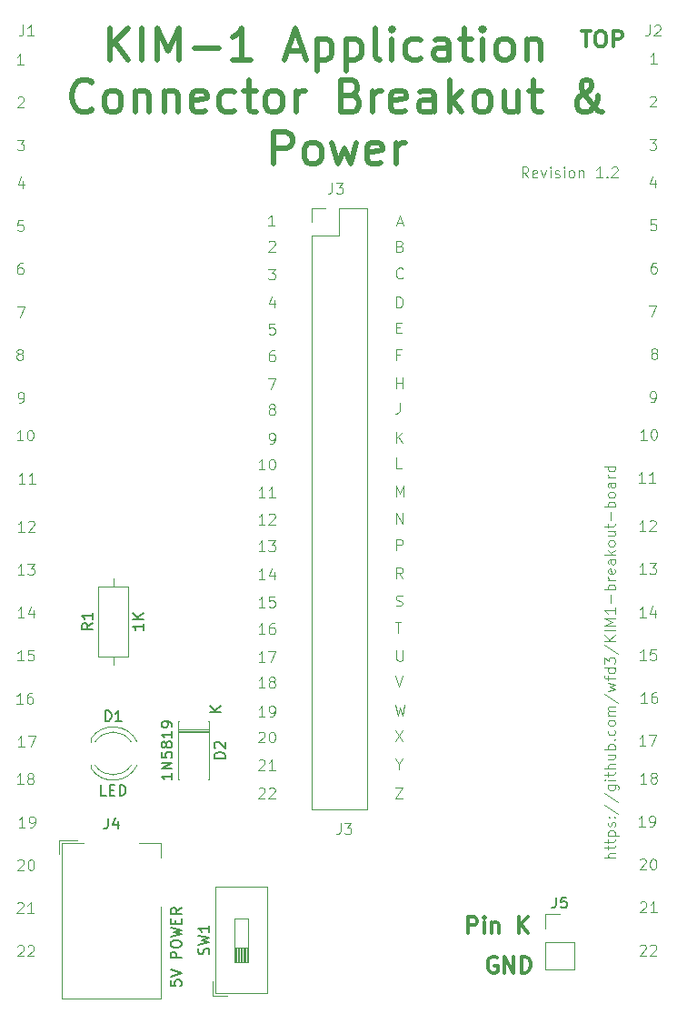
<source format=gbr>
G04 #@! TF.GenerationSoftware,KiCad,Pcbnew,8.0.6-8.0.6-0~ubuntu24.10.1*
G04 #@! TF.CreationDate,2024-10-17T11:16:10-07:00*
G04 #@! TF.ProjectId,kim1-power,6b696d31-2d70-46f7-9765-722e6b696361,1.2*
G04 #@! TF.SameCoordinates,Original*
G04 #@! TF.FileFunction,Legend,Top*
G04 #@! TF.FilePolarity,Positive*
%FSLAX46Y46*%
G04 Gerber Fmt 4.6, Leading zero omitted, Abs format (unit mm)*
G04 Created by KiCad (PCBNEW 8.0.6-8.0.6-0~ubuntu24.10.1) date 2024-10-17 11:16:10*
%MOMM*%
%LPD*%
G01*
G04 APERTURE LIST*
%ADD10C,0.100000*%
%ADD11C,0.500000*%
%ADD12C,0.125000*%
%ADD13C,0.300000*%
%ADD14C,0.150000*%
%ADD15C,0.120000*%
G04 APERTURE END LIST*
D10*
X151003884Y-112372419D02*
X151003884Y-113181942D01*
X151003884Y-113181942D02*
X151051503Y-113277180D01*
X151051503Y-113277180D02*
X151099122Y-113324800D01*
X151099122Y-113324800D02*
X151194360Y-113372419D01*
X151194360Y-113372419D02*
X151384836Y-113372419D01*
X151384836Y-113372419D02*
X151480074Y-113324800D01*
X151480074Y-113324800D02*
X151527693Y-113277180D01*
X151527693Y-113277180D02*
X151575312Y-113181942D01*
X151575312Y-113181942D02*
X151575312Y-112372419D01*
X139299122Y-89900990D02*
X139203884Y-89853371D01*
X139203884Y-89853371D02*
X139156265Y-89805752D01*
X139156265Y-89805752D02*
X139108646Y-89710514D01*
X139108646Y-89710514D02*
X139108646Y-89662895D01*
X139108646Y-89662895D02*
X139156265Y-89567657D01*
X139156265Y-89567657D02*
X139203884Y-89520038D01*
X139203884Y-89520038D02*
X139299122Y-89472419D01*
X139299122Y-89472419D02*
X139489598Y-89472419D01*
X139489598Y-89472419D02*
X139584836Y-89520038D01*
X139584836Y-89520038D02*
X139632455Y-89567657D01*
X139632455Y-89567657D02*
X139680074Y-89662895D01*
X139680074Y-89662895D02*
X139680074Y-89710514D01*
X139680074Y-89710514D02*
X139632455Y-89805752D01*
X139632455Y-89805752D02*
X139584836Y-89853371D01*
X139584836Y-89853371D02*
X139489598Y-89900990D01*
X139489598Y-89900990D02*
X139299122Y-89900990D01*
X139299122Y-89900990D02*
X139203884Y-89948609D01*
X139203884Y-89948609D02*
X139156265Y-89996228D01*
X139156265Y-89996228D02*
X139108646Y-90091466D01*
X139108646Y-90091466D02*
X139108646Y-90281942D01*
X139108646Y-90281942D02*
X139156265Y-90377180D01*
X139156265Y-90377180D02*
X139203884Y-90424800D01*
X139203884Y-90424800D02*
X139299122Y-90472419D01*
X139299122Y-90472419D02*
X139489598Y-90472419D01*
X139489598Y-90472419D02*
X139584836Y-90424800D01*
X139584836Y-90424800D02*
X139632455Y-90377180D01*
X139632455Y-90377180D02*
X139680074Y-90281942D01*
X139680074Y-90281942D02*
X139680074Y-90091466D01*
X139680074Y-90091466D02*
X139632455Y-89996228D01*
X139632455Y-89996228D02*
X139584836Y-89948609D01*
X139584836Y-89948609D02*
X139489598Y-89900990D01*
X138727693Y-113472419D02*
X138156265Y-113472419D01*
X138441979Y-113472419D02*
X138441979Y-112472419D01*
X138441979Y-112472419D02*
X138346741Y-112615276D01*
X138346741Y-112615276D02*
X138251503Y-112710514D01*
X138251503Y-112710514D02*
X138156265Y-112758133D01*
X139061027Y-112472419D02*
X139727693Y-112472419D01*
X139727693Y-112472419D02*
X139299122Y-113472419D01*
D11*
X124285713Y-57447193D02*
X124285713Y-54447193D01*
X125999999Y-57447193D02*
X124714285Y-55732907D01*
X125999999Y-54447193D02*
X124285713Y-56161478D01*
X127285713Y-57447193D02*
X127285713Y-54447193D01*
X128714284Y-57447193D02*
X128714284Y-54447193D01*
X128714284Y-54447193D02*
X129714284Y-56590050D01*
X129714284Y-56590050D02*
X130714284Y-54447193D01*
X130714284Y-54447193D02*
X130714284Y-57447193D01*
X132142855Y-56304336D02*
X134428570Y-56304336D01*
X137428570Y-57447193D02*
X135714284Y-57447193D01*
X136571427Y-57447193D02*
X136571427Y-54447193D01*
X136571427Y-54447193D02*
X136285713Y-54875764D01*
X136285713Y-54875764D02*
X135999998Y-55161478D01*
X135999998Y-55161478D02*
X135714284Y-55304336D01*
X140857141Y-56590050D02*
X142285713Y-56590050D01*
X140571427Y-57447193D02*
X141571427Y-54447193D01*
X141571427Y-54447193D02*
X142571427Y-57447193D01*
X143571427Y-55447193D02*
X143571427Y-58447193D01*
X143571427Y-55590050D02*
X143857142Y-55447193D01*
X143857142Y-55447193D02*
X144428570Y-55447193D01*
X144428570Y-55447193D02*
X144714284Y-55590050D01*
X144714284Y-55590050D02*
X144857142Y-55732907D01*
X144857142Y-55732907D02*
X144999999Y-56018621D01*
X144999999Y-56018621D02*
X144999999Y-56875764D01*
X144999999Y-56875764D02*
X144857142Y-57161478D01*
X144857142Y-57161478D02*
X144714284Y-57304336D01*
X144714284Y-57304336D02*
X144428570Y-57447193D01*
X144428570Y-57447193D02*
X143857142Y-57447193D01*
X143857142Y-57447193D02*
X143571427Y-57304336D01*
X146285713Y-55447193D02*
X146285713Y-58447193D01*
X146285713Y-55590050D02*
X146571428Y-55447193D01*
X146571428Y-55447193D02*
X147142856Y-55447193D01*
X147142856Y-55447193D02*
X147428570Y-55590050D01*
X147428570Y-55590050D02*
X147571428Y-55732907D01*
X147571428Y-55732907D02*
X147714285Y-56018621D01*
X147714285Y-56018621D02*
X147714285Y-56875764D01*
X147714285Y-56875764D02*
X147571428Y-57161478D01*
X147571428Y-57161478D02*
X147428570Y-57304336D01*
X147428570Y-57304336D02*
X147142856Y-57447193D01*
X147142856Y-57447193D02*
X146571428Y-57447193D01*
X146571428Y-57447193D02*
X146285713Y-57304336D01*
X149428571Y-57447193D02*
X149142856Y-57304336D01*
X149142856Y-57304336D02*
X148999999Y-57018621D01*
X148999999Y-57018621D02*
X148999999Y-54447193D01*
X150571428Y-57447193D02*
X150571428Y-55447193D01*
X150571428Y-54447193D02*
X150428571Y-54590050D01*
X150428571Y-54590050D02*
X150571428Y-54732907D01*
X150571428Y-54732907D02*
X150714285Y-54590050D01*
X150714285Y-54590050D02*
X150571428Y-54447193D01*
X150571428Y-54447193D02*
X150571428Y-54732907D01*
X153285714Y-57304336D02*
X152999999Y-57447193D01*
X152999999Y-57447193D02*
X152428571Y-57447193D01*
X152428571Y-57447193D02*
X152142856Y-57304336D01*
X152142856Y-57304336D02*
X151999999Y-57161478D01*
X151999999Y-57161478D02*
X151857142Y-56875764D01*
X151857142Y-56875764D02*
X151857142Y-56018621D01*
X151857142Y-56018621D02*
X151999999Y-55732907D01*
X151999999Y-55732907D02*
X152142856Y-55590050D01*
X152142856Y-55590050D02*
X152428571Y-55447193D01*
X152428571Y-55447193D02*
X152999999Y-55447193D01*
X152999999Y-55447193D02*
X153285714Y-55590050D01*
X155857143Y-57447193D02*
X155857143Y-55875764D01*
X155857143Y-55875764D02*
X155714285Y-55590050D01*
X155714285Y-55590050D02*
X155428571Y-55447193D01*
X155428571Y-55447193D02*
X154857143Y-55447193D01*
X154857143Y-55447193D02*
X154571428Y-55590050D01*
X155857143Y-57304336D02*
X155571428Y-57447193D01*
X155571428Y-57447193D02*
X154857143Y-57447193D01*
X154857143Y-57447193D02*
X154571428Y-57304336D01*
X154571428Y-57304336D02*
X154428571Y-57018621D01*
X154428571Y-57018621D02*
X154428571Y-56732907D01*
X154428571Y-56732907D02*
X154571428Y-56447193D01*
X154571428Y-56447193D02*
X154857143Y-56304336D01*
X154857143Y-56304336D02*
X155571428Y-56304336D01*
X155571428Y-56304336D02*
X155857143Y-56161478D01*
X156857143Y-55447193D02*
X158000000Y-55447193D01*
X157285714Y-54447193D02*
X157285714Y-57018621D01*
X157285714Y-57018621D02*
X157428571Y-57304336D01*
X157428571Y-57304336D02*
X157714286Y-57447193D01*
X157714286Y-57447193D02*
X158000000Y-57447193D01*
X159000000Y-57447193D02*
X159000000Y-55447193D01*
X159000000Y-54447193D02*
X158857143Y-54590050D01*
X158857143Y-54590050D02*
X159000000Y-54732907D01*
X159000000Y-54732907D02*
X159142857Y-54590050D01*
X159142857Y-54590050D02*
X159000000Y-54447193D01*
X159000000Y-54447193D02*
X159000000Y-54732907D01*
X160857143Y-57447193D02*
X160571428Y-57304336D01*
X160571428Y-57304336D02*
X160428571Y-57161478D01*
X160428571Y-57161478D02*
X160285714Y-56875764D01*
X160285714Y-56875764D02*
X160285714Y-56018621D01*
X160285714Y-56018621D02*
X160428571Y-55732907D01*
X160428571Y-55732907D02*
X160571428Y-55590050D01*
X160571428Y-55590050D02*
X160857143Y-55447193D01*
X160857143Y-55447193D02*
X161285714Y-55447193D01*
X161285714Y-55447193D02*
X161571428Y-55590050D01*
X161571428Y-55590050D02*
X161714286Y-55732907D01*
X161714286Y-55732907D02*
X161857143Y-56018621D01*
X161857143Y-56018621D02*
X161857143Y-56875764D01*
X161857143Y-56875764D02*
X161714286Y-57161478D01*
X161714286Y-57161478D02*
X161571428Y-57304336D01*
X161571428Y-57304336D02*
X161285714Y-57447193D01*
X161285714Y-57447193D02*
X160857143Y-57447193D01*
X163142857Y-55447193D02*
X163142857Y-57447193D01*
X163142857Y-55732907D02*
X163285714Y-55590050D01*
X163285714Y-55590050D02*
X163571429Y-55447193D01*
X163571429Y-55447193D02*
X164000000Y-55447193D01*
X164000000Y-55447193D02*
X164285714Y-55590050D01*
X164285714Y-55590050D02*
X164428572Y-55875764D01*
X164428572Y-55875764D02*
X164428572Y-57447193D01*
X122642855Y-61991310D02*
X122499998Y-62134168D01*
X122499998Y-62134168D02*
X122071426Y-62277025D01*
X122071426Y-62277025D02*
X121785712Y-62277025D01*
X121785712Y-62277025D02*
X121357141Y-62134168D01*
X121357141Y-62134168D02*
X121071426Y-61848453D01*
X121071426Y-61848453D02*
X120928569Y-61562739D01*
X120928569Y-61562739D02*
X120785712Y-60991310D01*
X120785712Y-60991310D02*
X120785712Y-60562739D01*
X120785712Y-60562739D02*
X120928569Y-59991310D01*
X120928569Y-59991310D02*
X121071426Y-59705596D01*
X121071426Y-59705596D02*
X121357141Y-59419882D01*
X121357141Y-59419882D02*
X121785712Y-59277025D01*
X121785712Y-59277025D02*
X122071426Y-59277025D01*
X122071426Y-59277025D02*
X122499998Y-59419882D01*
X122499998Y-59419882D02*
X122642855Y-59562739D01*
X124357141Y-62277025D02*
X124071426Y-62134168D01*
X124071426Y-62134168D02*
X123928569Y-61991310D01*
X123928569Y-61991310D02*
X123785712Y-61705596D01*
X123785712Y-61705596D02*
X123785712Y-60848453D01*
X123785712Y-60848453D02*
X123928569Y-60562739D01*
X123928569Y-60562739D02*
X124071426Y-60419882D01*
X124071426Y-60419882D02*
X124357141Y-60277025D01*
X124357141Y-60277025D02*
X124785712Y-60277025D01*
X124785712Y-60277025D02*
X125071426Y-60419882D01*
X125071426Y-60419882D02*
X125214284Y-60562739D01*
X125214284Y-60562739D02*
X125357141Y-60848453D01*
X125357141Y-60848453D02*
X125357141Y-61705596D01*
X125357141Y-61705596D02*
X125214284Y-61991310D01*
X125214284Y-61991310D02*
X125071426Y-62134168D01*
X125071426Y-62134168D02*
X124785712Y-62277025D01*
X124785712Y-62277025D02*
X124357141Y-62277025D01*
X126642855Y-60277025D02*
X126642855Y-62277025D01*
X126642855Y-60562739D02*
X126785712Y-60419882D01*
X126785712Y-60419882D02*
X127071427Y-60277025D01*
X127071427Y-60277025D02*
X127499998Y-60277025D01*
X127499998Y-60277025D02*
X127785712Y-60419882D01*
X127785712Y-60419882D02*
X127928570Y-60705596D01*
X127928570Y-60705596D02*
X127928570Y-62277025D01*
X129357141Y-60277025D02*
X129357141Y-62277025D01*
X129357141Y-60562739D02*
X129499998Y-60419882D01*
X129499998Y-60419882D02*
X129785713Y-60277025D01*
X129785713Y-60277025D02*
X130214284Y-60277025D01*
X130214284Y-60277025D02*
X130499998Y-60419882D01*
X130499998Y-60419882D02*
X130642856Y-60705596D01*
X130642856Y-60705596D02*
X130642856Y-62277025D01*
X133214284Y-62134168D02*
X132928570Y-62277025D01*
X132928570Y-62277025D02*
X132357142Y-62277025D01*
X132357142Y-62277025D02*
X132071427Y-62134168D01*
X132071427Y-62134168D02*
X131928570Y-61848453D01*
X131928570Y-61848453D02*
X131928570Y-60705596D01*
X131928570Y-60705596D02*
X132071427Y-60419882D01*
X132071427Y-60419882D02*
X132357142Y-60277025D01*
X132357142Y-60277025D02*
X132928570Y-60277025D01*
X132928570Y-60277025D02*
X133214284Y-60419882D01*
X133214284Y-60419882D02*
X133357142Y-60705596D01*
X133357142Y-60705596D02*
X133357142Y-60991310D01*
X133357142Y-60991310D02*
X131928570Y-61277025D01*
X135928571Y-62134168D02*
X135642856Y-62277025D01*
X135642856Y-62277025D02*
X135071428Y-62277025D01*
X135071428Y-62277025D02*
X134785713Y-62134168D01*
X134785713Y-62134168D02*
X134642856Y-61991310D01*
X134642856Y-61991310D02*
X134499999Y-61705596D01*
X134499999Y-61705596D02*
X134499999Y-60848453D01*
X134499999Y-60848453D02*
X134642856Y-60562739D01*
X134642856Y-60562739D02*
X134785713Y-60419882D01*
X134785713Y-60419882D02*
X135071428Y-60277025D01*
X135071428Y-60277025D02*
X135642856Y-60277025D01*
X135642856Y-60277025D02*
X135928571Y-60419882D01*
X136785714Y-60277025D02*
X137928571Y-60277025D01*
X137214285Y-59277025D02*
X137214285Y-61848453D01*
X137214285Y-61848453D02*
X137357142Y-62134168D01*
X137357142Y-62134168D02*
X137642857Y-62277025D01*
X137642857Y-62277025D02*
X137928571Y-62277025D01*
X139357143Y-62277025D02*
X139071428Y-62134168D01*
X139071428Y-62134168D02*
X138928571Y-61991310D01*
X138928571Y-61991310D02*
X138785714Y-61705596D01*
X138785714Y-61705596D02*
X138785714Y-60848453D01*
X138785714Y-60848453D02*
X138928571Y-60562739D01*
X138928571Y-60562739D02*
X139071428Y-60419882D01*
X139071428Y-60419882D02*
X139357143Y-60277025D01*
X139357143Y-60277025D02*
X139785714Y-60277025D01*
X139785714Y-60277025D02*
X140071428Y-60419882D01*
X140071428Y-60419882D02*
X140214286Y-60562739D01*
X140214286Y-60562739D02*
X140357143Y-60848453D01*
X140357143Y-60848453D02*
X140357143Y-61705596D01*
X140357143Y-61705596D02*
X140214286Y-61991310D01*
X140214286Y-61991310D02*
X140071428Y-62134168D01*
X140071428Y-62134168D02*
X139785714Y-62277025D01*
X139785714Y-62277025D02*
X139357143Y-62277025D01*
X141642857Y-62277025D02*
X141642857Y-60277025D01*
X141642857Y-60848453D02*
X141785714Y-60562739D01*
X141785714Y-60562739D02*
X141928572Y-60419882D01*
X141928572Y-60419882D02*
X142214286Y-60277025D01*
X142214286Y-60277025D02*
X142500000Y-60277025D01*
X146785714Y-60705596D02*
X147214286Y-60848453D01*
X147214286Y-60848453D02*
X147357143Y-60991310D01*
X147357143Y-60991310D02*
X147500000Y-61277025D01*
X147500000Y-61277025D02*
X147500000Y-61705596D01*
X147500000Y-61705596D02*
X147357143Y-61991310D01*
X147357143Y-61991310D02*
X147214286Y-62134168D01*
X147214286Y-62134168D02*
X146928571Y-62277025D01*
X146928571Y-62277025D02*
X145785714Y-62277025D01*
X145785714Y-62277025D02*
X145785714Y-59277025D01*
X145785714Y-59277025D02*
X146785714Y-59277025D01*
X146785714Y-59277025D02*
X147071429Y-59419882D01*
X147071429Y-59419882D02*
X147214286Y-59562739D01*
X147214286Y-59562739D02*
X147357143Y-59848453D01*
X147357143Y-59848453D02*
X147357143Y-60134168D01*
X147357143Y-60134168D02*
X147214286Y-60419882D01*
X147214286Y-60419882D02*
X147071429Y-60562739D01*
X147071429Y-60562739D02*
X146785714Y-60705596D01*
X146785714Y-60705596D02*
X145785714Y-60705596D01*
X148785714Y-62277025D02*
X148785714Y-60277025D01*
X148785714Y-60848453D02*
X148928571Y-60562739D01*
X148928571Y-60562739D02*
X149071429Y-60419882D01*
X149071429Y-60419882D02*
X149357143Y-60277025D01*
X149357143Y-60277025D02*
X149642857Y-60277025D01*
X151785714Y-62134168D02*
X151500000Y-62277025D01*
X151500000Y-62277025D02*
X150928572Y-62277025D01*
X150928572Y-62277025D02*
X150642857Y-62134168D01*
X150642857Y-62134168D02*
X150500000Y-61848453D01*
X150500000Y-61848453D02*
X150500000Y-60705596D01*
X150500000Y-60705596D02*
X150642857Y-60419882D01*
X150642857Y-60419882D02*
X150928572Y-60277025D01*
X150928572Y-60277025D02*
X151500000Y-60277025D01*
X151500000Y-60277025D02*
X151785714Y-60419882D01*
X151785714Y-60419882D02*
X151928572Y-60705596D01*
X151928572Y-60705596D02*
X151928572Y-60991310D01*
X151928572Y-60991310D02*
X150500000Y-61277025D01*
X154500001Y-62277025D02*
X154500001Y-60705596D01*
X154500001Y-60705596D02*
X154357143Y-60419882D01*
X154357143Y-60419882D02*
X154071429Y-60277025D01*
X154071429Y-60277025D02*
X153500001Y-60277025D01*
X153500001Y-60277025D02*
X153214286Y-60419882D01*
X154500001Y-62134168D02*
X154214286Y-62277025D01*
X154214286Y-62277025D02*
X153500001Y-62277025D01*
X153500001Y-62277025D02*
X153214286Y-62134168D01*
X153214286Y-62134168D02*
X153071429Y-61848453D01*
X153071429Y-61848453D02*
X153071429Y-61562739D01*
X153071429Y-61562739D02*
X153214286Y-61277025D01*
X153214286Y-61277025D02*
X153500001Y-61134168D01*
X153500001Y-61134168D02*
X154214286Y-61134168D01*
X154214286Y-61134168D02*
X154500001Y-60991310D01*
X155928572Y-62277025D02*
X155928572Y-59277025D01*
X156214287Y-61134168D02*
X157071429Y-62277025D01*
X157071429Y-60277025D02*
X155928572Y-61419882D01*
X158785715Y-62277025D02*
X158500000Y-62134168D01*
X158500000Y-62134168D02*
X158357143Y-61991310D01*
X158357143Y-61991310D02*
X158214286Y-61705596D01*
X158214286Y-61705596D02*
X158214286Y-60848453D01*
X158214286Y-60848453D02*
X158357143Y-60562739D01*
X158357143Y-60562739D02*
X158500000Y-60419882D01*
X158500000Y-60419882D02*
X158785715Y-60277025D01*
X158785715Y-60277025D02*
X159214286Y-60277025D01*
X159214286Y-60277025D02*
X159500000Y-60419882D01*
X159500000Y-60419882D02*
X159642858Y-60562739D01*
X159642858Y-60562739D02*
X159785715Y-60848453D01*
X159785715Y-60848453D02*
X159785715Y-61705596D01*
X159785715Y-61705596D02*
X159642858Y-61991310D01*
X159642858Y-61991310D02*
X159500000Y-62134168D01*
X159500000Y-62134168D02*
X159214286Y-62277025D01*
X159214286Y-62277025D02*
X158785715Y-62277025D01*
X162357144Y-60277025D02*
X162357144Y-62277025D01*
X161071429Y-60277025D02*
X161071429Y-61848453D01*
X161071429Y-61848453D02*
X161214286Y-62134168D01*
X161214286Y-62134168D02*
X161500001Y-62277025D01*
X161500001Y-62277025D02*
X161928572Y-62277025D01*
X161928572Y-62277025D02*
X162214286Y-62134168D01*
X162214286Y-62134168D02*
X162357144Y-61991310D01*
X163357144Y-60277025D02*
X164500001Y-60277025D01*
X163785715Y-59277025D02*
X163785715Y-61848453D01*
X163785715Y-61848453D02*
X163928572Y-62134168D01*
X163928572Y-62134168D02*
X164214287Y-62277025D01*
X164214287Y-62277025D02*
X164500001Y-62277025D01*
X170214287Y-62277025D02*
X170071430Y-62277025D01*
X170071430Y-62277025D02*
X169785715Y-62134168D01*
X169785715Y-62134168D02*
X169357144Y-61705596D01*
X169357144Y-61705596D02*
X168642858Y-60848453D01*
X168642858Y-60848453D02*
X168357144Y-60419882D01*
X168357144Y-60419882D02*
X168214287Y-59991310D01*
X168214287Y-59991310D02*
X168214287Y-59705596D01*
X168214287Y-59705596D02*
X168357144Y-59419882D01*
X168357144Y-59419882D02*
X168642858Y-59277025D01*
X168642858Y-59277025D02*
X168785715Y-59277025D01*
X168785715Y-59277025D02*
X169071430Y-59419882D01*
X169071430Y-59419882D02*
X169214287Y-59705596D01*
X169214287Y-59705596D02*
X169214287Y-59848453D01*
X169214287Y-59848453D02*
X169071430Y-60134168D01*
X169071430Y-60134168D02*
X168928572Y-60277025D01*
X168928572Y-60277025D02*
X168071430Y-60848453D01*
X168071430Y-60848453D02*
X167928572Y-60991310D01*
X167928572Y-60991310D02*
X167785715Y-61277025D01*
X167785715Y-61277025D02*
X167785715Y-61705596D01*
X167785715Y-61705596D02*
X167928572Y-61991310D01*
X167928572Y-61991310D02*
X168071430Y-62134168D01*
X168071430Y-62134168D02*
X168357144Y-62277025D01*
X168357144Y-62277025D02*
X168785715Y-62277025D01*
X168785715Y-62277025D02*
X169071430Y-62134168D01*
X169071430Y-62134168D02*
X169214287Y-61991310D01*
X169214287Y-61991310D02*
X169642858Y-61419882D01*
X169642858Y-61419882D02*
X169785715Y-60991310D01*
X169785715Y-60991310D02*
X169785715Y-60705596D01*
X139571428Y-67106857D02*
X139571428Y-64106857D01*
X139571428Y-64106857D02*
X140714285Y-64106857D01*
X140714285Y-64106857D02*
X141000000Y-64249714D01*
X141000000Y-64249714D02*
X141142857Y-64392571D01*
X141142857Y-64392571D02*
X141285714Y-64678285D01*
X141285714Y-64678285D02*
X141285714Y-65106857D01*
X141285714Y-65106857D02*
X141142857Y-65392571D01*
X141142857Y-65392571D02*
X141000000Y-65535428D01*
X141000000Y-65535428D02*
X140714285Y-65678285D01*
X140714285Y-65678285D02*
X139571428Y-65678285D01*
X143000000Y-67106857D02*
X142714285Y-66964000D01*
X142714285Y-66964000D02*
X142571428Y-66821142D01*
X142571428Y-66821142D02*
X142428571Y-66535428D01*
X142428571Y-66535428D02*
X142428571Y-65678285D01*
X142428571Y-65678285D02*
X142571428Y-65392571D01*
X142571428Y-65392571D02*
X142714285Y-65249714D01*
X142714285Y-65249714D02*
X143000000Y-65106857D01*
X143000000Y-65106857D02*
X143428571Y-65106857D01*
X143428571Y-65106857D02*
X143714285Y-65249714D01*
X143714285Y-65249714D02*
X143857143Y-65392571D01*
X143857143Y-65392571D02*
X144000000Y-65678285D01*
X144000000Y-65678285D02*
X144000000Y-66535428D01*
X144000000Y-66535428D02*
X143857143Y-66821142D01*
X143857143Y-66821142D02*
X143714285Y-66964000D01*
X143714285Y-66964000D02*
X143428571Y-67106857D01*
X143428571Y-67106857D02*
X143000000Y-67106857D01*
X145000000Y-65106857D02*
X145571429Y-67106857D01*
X145571429Y-67106857D02*
X146142857Y-65678285D01*
X146142857Y-65678285D02*
X146714286Y-67106857D01*
X146714286Y-67106857D02*
X147285714Y-65106857D01*
X149571428Y-66964000D02*
X149285714Y-67106857D01*
X149285714Y-67106857D02*
X148714286Y-67106857D01*
X148714286Y-67106857D02*
X148428571Y-66964000D01*
X148428571Y-66964000D02*
X148285714Y-66678285D01*
X148285714Y-66678285D02*
X148285714Y-65535428D01*
X148285714Y-65535428D02*
X148428571Y-65249714D01*
X148428571Y-65249714D02*
X148714286Y-65106857D01*
X148714286Y-65106857D02*
X149285714Y-65106857D01*
X149285714Y-65106857D02*
X149571428Y-65249714D01*
X149571428Y-65249714D02*
X149714286Y-65535428D01*
X149714286Y-65535428D02*
X149714286Y-65821142D01*
X149714286Y-65821142D02*
X148285714Y-66106857D01*
X151000000Y-67106857D02*
X151000000Y-65106857D01*
X151000000Y-65678285D02*
X151142857Y-65392571D01*
X151142857Y-65392571D02*
X151285715Y-65249714D01*
X151285715Y-65249714D02*
X151571429Y-65106857D01*
X151571429Y-65106857D02*
X151857143Y-65106857D01*
D10*
X139584836Y-79805752D02*
X139584836Y-80472419D01*
X139346741Y-79424800D02*
X139108646Y-80139085D01*
X139108646Y-80139085D02*
X139727693Y-80139085D01*
X151337217Y-74748609D02*
X151480074Y-74796228D01*
X151480074Y-74796228D02*
X151527693Y-74843847D01*
X151527693Y-74843847D02*
X151575312Y-74939085D01*
X151575312Y-74939085D02*
X151575312Y-75081942D01*
X151575312Y-75081942D02*
X151527693Y-75177180D01*
X151527693Y-75177180D02*
X151480074Y-75224800D01*
X151480074Y-75224800D02*
X151384836Y-75272419D01*
X151384836Y-75272419D02*
X151003884Y-75272419D01*
X151003884Y-75272419D02*
X151003884Y-74272419D01*
X151003884Y-74272419D02*
X151337217Y-74272419D01*
X151337217Y-74272419D02*
X151432455Y-74320038D01*
X151432455Y-74320038D02*
X151480074Y-74367657D01*
X151480074Y-74367657D02*
X151527693Y-74462895D01*
X151527693Y-74462895D02*
X151527693Y-74558133D01*
X151527693Y-74558133D02*
X151480074Y-74653371D01*
X151480074Y-74653371D02*
X151432455Y-74700990D01*
X151432455Y-74700990D02*
X151337217Y-74748609D01*
X151337217Y-74748609D02*
X151003884Y-74748609D01*
X138156265Y-125267657D02*
X138203884Y-125220038D01*
X138203884Y-125220038D02*
X138299122Y-125172419D01*
X138299122Y-125172419D02*
X138537217Y-125172419D01*
X138537217Y-125172419D02*
X138632455Y-125220038D01*
X138632455Y-125220038D02*
X138680074Y-125267657D01*
X138680074Y-125267657D02*
X138727693Y-125362895D01*
X138727693Y-125362895D02*
X138727693Y-125458133D01*
X138727693Y-125458133D02*
X138680074Y-125600990D01*
X138680074Y-125600990D02*
X138108646Y-126172419D01*
X138108646Y-126172419D02*
X138727693Y-126172419D01*
X139108646Y-125267657D02*
X139156265Y-125220038D01*
X139156265Y-125220038D02*
X139251503Y-125172419D01*
X139251503Y-125172419D02*
X139489598Y-125172419D01*
X139489598Y-125172419D02*
X139584836Y-125220038D01*
X139584836Y-125220038D02*
X139632455Y-125267657D01*
X139632455Y-125267657D02*
X139680074Y-125362895D01*
X139680074Y-125362895D02*
X139680074Y-125458133D01*
X139680074Y-125458133D02*
X139632455Y-125600990D01*
X139632455Y-125600990D02*
X139061027Y-126172419D01*
X139061027Y-126172419D02*
X139680074Y-126172419D01*
D12*
X139621521Y-72871119D02*
X139050093Y-72871119D01*
X139335807Y-72871119D02*
X139335807Y-71871119D01*
X139335807Y-71871119D02*
X139240569Y-72013976D01*
X139240569Y-72013976D02*
X139145331Y-72109214D01*
X139145331Y-72109214D02*
X139050093Y-72156833D01*
D10*
X150908646Y-125172419D02*
X151575312Y-125172419D01*
X151575312Y-125172419D02*
X150908646Y-126172419D01*
X150908646Y-126172419D02*
X151575312Y-126172419D01*
X151003884Y-82348609D02*
X151337217Y-82348609D01*
X151480074Y-82872419D02*
X151003884Y-82872419D01*
X151003884Y-82872419D02*
X151003884Y-81872419D01*
X151003884Y-81872419D02*
X151480074Y-81872419D01*
X163275312Y-68372419D02*
X162941979Y-67896228D01*
X162703884Y-68372419D02*
X162703884Y-67372419D01*
X162703884Y-67372419D02*
X163084836Y-67372419D01*
X163084836Y-67372419D02*
X163180074Y-67420038D01*
X163180074Y-67420038D02*
X163227693Y-67467657D01*
X163227693Y-67467657D02*
X163275312Y-67562895D01*
X163275312Y-67562895D02*
X163275312Y-67705752D01*
X163275312Y-67705752D02*
X163227693Y-67800990D01*
X163227693Y-67800990D02*
X163180074Y-67848609D01*
X163180074Y-67848609D02*
X163084836Y-67896228D01*
X163084836Y-67896228D02*
X162703884Y-67896228D01*
X164084836Y-68324800D02*
X163989598Y-68372419D01*
X163989598Y-68372419D02*
X163799122Y-68372419D01*
X163799122Y-68372419D02*
X163703884Y-68324800D01*
X163703884Y-68324800D02*
X163656265Y-68229561D01*
X163656265Y-68229561D02*
X163656265Y-67848609D01*
X163656265Y-67848609D02*
X163703884Y-67753371D01*
X163703884Y-67753371D02*
X163799122Y-67705752D01*
X163799122Y-67705752D02*
X163989598Y-67705752D01*
X163989598Y-67705752D02*
X164084836Y-67753371D01*
X164084836Y-67753371D02*
X164132455Y-67848609D01*
X164132455Y-67848609D02*
X164132455Y-67943847D01*
X164132455Y-67943847D02*
X163656265Y-68039085D01*
X164465789Y-67705752D02*
X164703884Y-68372419D01*
X164703884Y-68372419D02*
X164941979Y-67705752D01*
X165322932Y-68372419D02*
X165322932Y-67705752D01*
X165322932Y-67372419D02*
X165275313Y-67420038D01*
X165275313Y-67420038D02*
X165322932Y-67467657D01*
X165322932Y-67467657D02*
X165370551Y-67420038D01*
X165370551Y-67420038D02*
X165322932Y-67372419D01*
X165322932Y-67372419D02*
X165322932Y-67467657D01*
X165751503Y-68324800D02*
X165846741Y-68372419D01*
X165846741Y-68372419D02*
X166037217Y-68372419D01*
X166037217Y-68372419D02*
X166132455Y-68324800D01*
X166132455Y-68324800D02*
X166180074Y-68229561D01*
X166180074Y-68229561D02*
X166180074Y-68181942D01*
X166180074Y-68181942D02*
X166132455Y-68086704D01*
X166132455Y-68086704D02*
X166037217Y-68039085D01*
X166037217Y-68039085D02*
X165894360Y-68039085D01*
X165894360Y-68039085D02*
X165799122Y-67991466D01*
X165799122Y-67991466D02*
X165751503Y-67896228D01*
X165751503Y-67896228D02*
X165751503Y-67848609D01*
X165751503Y-67848609D02*
X165799122Y-67753371D01*
X165799122Y-67753371D02*
X165894360Y-67705752D01*
X165894360Y-67705752D02*
X166037217Y-67705752D01*
X166037217Y-67705752D02*
X166132455Y-67753371D01*
X166608646Y-68372419D02*
X166608646Y-67705752D01*
X166608646Y-67372419D02*
X166561027Y-67420038D01*
X166561027Y-67420038D02*
X166608646Y-67467657D01*
X166608646Y-67467657D02*
X166656265Y-67420038D01*
X166656265Y-67420038D02*
X166608646Y-67372419D01*
X166608646Y-67372419D02*
X166608646Y-67467657D01*
X167227693Y-68372419D02*
X167132455Y-68324800D01*
X167132455Y-68324800D02*
X167084836Y-68277180D01*
X167084836Y-68277180D02*
X167037217Y-68181942D01*
X167037217Y-68181942D02*
X167037217Y-67896228D01*
X167037217Y-67896228D02*
X167084836Y-67800990D01*
X167084836Y-67800990D02*
X167132455Y-67753371D01*
X167132455Y-67753371D02*
X167227693Y-67705752D01*
X167227693Y-67705752D02*
X167370550Y-67705752D01*
X167370550Y-67705752D02*
X167465788Y-67753371D01*
X167465788Y-67753371D02*
X167513407Y-67800990D01*
X167513407Y-67800990D02*
X167561026Y-67896228D01*
X167561026Y-67896228D02*
X167561026Y-68181942D01*
X167561026Y-68181942D02*
X167513407Y-68277180D01*
X167513407Y-68277180D02*
X167465788Y-68324800D01*
X167465788Y-68324800D02*
X167370550Y-68372419D01*
X167370550Y-68372419D02*
X167227693Y-68372419D01*
X167989598Y-67705752D02*
X167989598Y-68372419D01*
X167989598Y-67800990D02*
X168037217Y-67753371D01*
X168037217Y-67753371D02*
X168132455Y-67705752D01*
X168132455Y-67705752D02*
X168275312Y-67705752D01*
X168275312Y-67705752D02*
X168370550Y-67753371D01*
X168370550Y-67753371D02*
X168418169Y-67848609D01*
X168418169Y-67848609D02*
X168418169Y-68372419D01*
X170180074Y-68372419D02*
X169608646Y-68372419D01*
X169894360Y-68372419D02*
X169894360Y-67372419D01*
X169894360Y-67372419D02*
X169799122Y-67515276D01*
X169799122Y-67515276D02*
X169703884Y-67610514D01*
X169703884Y-67610514D02*
X169608646Y-67658133D01*
X170608646Y-68277180D02*
X170656265Y-68324800D01*
X170656265Y-68324800D02*
X170608646Y-68372419D01*
X170608646Y-68372419D02*
X170561027Y-68324800D01*
X170561027Y-68324800D02*
X170608646Y-68277180D01*
X170608646Y-68277180D02*
X170608646Y-68372419D01*
X171037217Y-67467657D02*
X171084836Y-67420038D01*
X171084836Y-67420038D02*
X171180074Y-67372419D01*
X171180074Y-67372419D02*
X171418169Y-67372419D01*
X171418169Y-67372419D02*
X171513407Y-67420038D01*
X171513407Y-67420038D02*
X171561026Y-67467657D01*
X171561026Y-67467657D02*
X171608645Y-67562895D01*
X171608645Y-67562895D02*
X171608645Y-67658133D01*
X171608645Y-67658133D02*
X171561026Y-67800990D01*
X171561026Y-67800990D02*
X170989598Y-68372419D01*
X170989598Y-68372419D02*
X171608645Y-68372419D01*
X139108646Y-74367657D02*
X139156265Y-74320038D01*
X139156265Y-74320038D02*
X139251503Y-74272419D01*
X139251503Y-74272419D02*
X139489598Y-74272419D01*
X139489598Y-74272419D02*
X139584836Y-74320038D01*
X139584836Y-74320038D02*
X139632455Y-74367657D01*
X139632455Y-74367657D02*
X139680074Y-74462895D01*
X139680074Y-74462895D02*
X139680074Y-74558133D01*
X139680074Y-74558133D02*
X139632455Y-74700990D01*
X139632455Y-74700990D02*
X139061027Y-75272419D01*
X139061027Y-75272419D02*
X139680074Y-75272419D01*
X150908646Y-117472419D02*
X151146741Y-118472419D01*
X151146741Y-118472419D02*
X151337217Y-117758133D01*
X151337217Y-117758133D02*
X151527693Y-118472419D01*
X151527693Y-118472419D02*
X151765789Y-117472419D01*
X150956265Y-108224800D02*
X151099122Y-108272419D01*
X151099122Y-108272419D02*
X151337217Y-108272419D01*
X151337217Y-108272419D02*
X151432455Y-108224800D01*
X151432455Y-108224800D02*
X151480074Y-108177180D01*
X151480074Y-108177180D02*
X151527693Y-108081942D01*
X151527693Y-108081942D02*
X151527693Y-107986704D01*
X151527693Y-107986704D02*
X151480074Y-107891466D01*
X151480074Y-107891466D02*
X151432455Y-107843847D01*
X151432455Y-107843847D02*
X151337217Y-107796228D01*
X151337217Y-107796228D02*
X151146741Y-107748609D01*
X151146741Y-107748609D02*
X151051503Y-107700990D01*
X151051503Y-107700990D02*
X151003884Y-107653371D01*
X151003884Y-107653371D02*
X150956265Y-107558133D01*
X150956265Y-107558133D02*
X150956265Y-107462895D01*
X150956265Y-107462895D02*
X151003884Y-107367657D01*
X151003884Y-107367657D02*
X151051503Y-107320038D01*
X151051503Y-107320038D02*
X151146741Y-107272419D01*
X151146741Y-107272419D02*
X151384836Y-107272419D01*
X151384836Y-107272419D02*
X151527693Y-107320038D01*
X171372419Y-131696115D02*
X170372419Y-131696115D01*
X171372419Y-131267544D02*
X170848609Y-131267544D01*
X170848609Y-131267544D02*
X170753371Y-131315163D01*
X170753371Y-131315163D02*
X170705752Y-131410401D01*
X170705752Y-131410401D02*
X170705752Y-131553258D01*
X170705752Y-131553258D02*
X170753371Y-131648496D01*
X170753371Y-131648496D02*
X170800990Y-131696115D01*
X170705752Y-130934210D02*
X170705752Y-130553258D01*
X170372419Y-130791353D02*
X171229561Y-130791353D01*
X171229561Y-130791353D02*
X171324800Y-130743734D01*
X171324800Y-130743734D02*
X171372419Y-130648496D01*
X171372419Y-130648496D02*
X171372419Y-130553258D01*
X170705752Y-130362781D02*
X170705752Y-129981829D01*
X170372419Y-130219924D02*
X171229561Y-130219924D01*
X171229561Y-130219924D02*
X171324800Y-130172305D01*
X171324800Y-130172305D02*
X171372419Y-130077067D01*
X171372419Y-130077067D02*
X171372419Y-129981829D01*
X170705752Y-129648495D02*
X171705752Y-129648495D01*
X170753371Y-129648495D02*
X170705752Y-129553257D01*
X170705752Y-129553257D02*
X170705752Y-129362781D01*
X170705752Y-129362781D02*
X170753371Y-129267543D01*
X170753371Y-129267543D02*
X170800990Y-129219924D01*
X170800990Y-129219924D02*
X170896228Y-129172305D01*
X170896228Y-129172305D02*
X171181942Y-129172305D01*
X171181942Y-129172305D02*
X171277180Y-129219924D01*
X171277180Y-129219924D02*
X171324800Y-129267543D01*
X171324800Y-129267543D02*
X171372419Y-129362781D01*
X171372419Y-129362781D02*
X171372419Y-129553257D01*
X171372419Y-129553257D02*
X171324800Y-129648495D01*
X171324800Y-128791352D02*
X171372419Y-128696114D01*
X171372419Y-128696114D02*
X171372419Y-128505638D01*
X171372419Y-128505638D02*
X171324800Y-128410400D01*
X171324800Y-128410400D02*
X171229561Y-128362781D01*
X171229561Y-128362781D02*
X171181942Y-128362781D01*
X171181942Y-128362781D02*
X171086704Y-128410400D01*
X171086704Y-128410400D02*
X171039085Y-128505638D01*
X171039085Y-128505638D02*
X171039085Y-128648495D01*
X171039085Y-128648495D02*
X170991466Y-128743733D01*
X170991466Y-128743733D02*
X170896228Y-128791352D01*
X170896228Y-128791352D02*
X170848609Y-128791352D01*
X170848609Y-128791352D02*
X170753371Y-128743733D01*
X170753371Y-128743733D02*
X170705752Y-128648495D01*
X170705752Y-128648495D02*
X170705752Y-128505638D01*
X170705752Y-128505638D02*
X170753371Y-128410400D01*
X171277180Y-127934209D02*
X171324800Y-127886590D01*
X171324800Y-127886590D02*
X171372419Y-127934209D01*
X171372419Y-127934209D02*
X171324800Y-127981828D01*
X171324800Y-127981828D02*
X171277180Y-127934209D01*
X171277180Y-127934209D02*
X171372419Y-127934209D01*
X170753371Y-127934209D02*
X170800990Y-127886590D01*
X170800990Y-127886590D02*
X170848609Y-127934209D01*
X170848609Y-127934209D02*
X170800990Y-127981828D01*
X170800990Y-127981828D02*
X170753371Y-127934209D01*
X170753371Y-127934209D02*
X170848609Y-127934209D01*
X170324800Y-126743734D02*
X171610514Y-127600876D01*
X170324800Y-125696115D02*
X171610514Y-126553257D01*
X170705752Y-124934210D02*
X171515276Y-124934210D01*
X171515276Y-124934210D02*
X171610514Y-124981829D01*
X171610514Y-124981829D02*
X171658133Y-125029448D01*
X171658133Y-125029448D02*
X171705752Y-125124686D01*
X171705752Y-125124686D02*
X171705752Y-125267543D01*
X171705752Y-125267543D02*
X171658133Y-125362781D01*
X171324800Y-124934210D02*
X171372419Y-125029448D01*
X171372419Y-125029448D02*
X171372419Y-125219924D01*
X171372419Y-125219924D02*
X171324800Y-125315162D01*
X171324800Y-125315162D02*
X171277180Y-125362781D01*
X171277180Y-125362781D02*
X171181942Y-125410400D01*
X171181942Y-125410400D02*
X170896228Y-125410400D01*
X170896228Y-125410400D02*
X170800990Y-125362781D01*
X170800990Y-125362781D02*
X170753371Y-125315162D01*
X170753371Y-125315162D02*
X170705752Y-125219924D01*
X170705752Y-125219924D02*
X170705752Y-125029448D01*
X170705752Y-125029448D02*
X170753371Y-124934210D01*
X171372419Y-124458019D02*
X170705752Y-124458019D01*
X170372419Y-124458019D02*
X170420038Y-124505638D01*
X170420038Y-124505638D02*
X170467657Y-124458019D01*
X170467657Y-124458019D02*
X170420038Y-124410400D01*
X170420038Y-124410400D02*
X170372419Y-124458019D01*
X170372419Y-124458019D02*
X170467657Y-124458019D01*
X170705752Y-124124686D02*
X170705752Y-123743734D01*
X170372419Y-123981829D02*
X171229561Y-123981829D01*
X171229561Y-123981829D02*
X171324800Y-123934210D01*
X171324800Y-123934210D02*
X171372419Y-123838972D01*
X171372419Y-123838972D02*
X171372419Y-123743734D01*
X171372419Y-123410400D02*
X170372419Y-123410400D01*
X171372419Y-122981829D02*
X170848609Y-122981829D01*
X170848609Y-122981829D02*
X170753371Y-123029448D01*
X170753371Y-123029448D02*
X170705752Y-123124686D01*
X170705752Y-123124686D02*
X170705752Y-123267543D01*
X170705752Y-123267543D02*
X170753371Y-123362781D01*
X170753371Y-123362781D02*
X170800990Y-123410400D01*
X170705752Y-122077067D02*
X171372419Y-122077067D01*
X170705752Y-122505638D02*
X171229561Y-122505638D01*
X171229561Y-122505638D02*
X171324800Y-122458019D01*
X171324800Y-122458019D02*
X171372419Y-122362781D01*
X171372419Y-122362781D02*
X171372419Y-122219924D01*
X171372419Y-122219924D02*
X171324800Y-122124686D01*
X171324800Y-122124686D02*
X171277180Y-122077067D01*
X171372419Y-121600876D02*
X170372419Y-121600876D01*
X170753371Y-121600876D02*
X170705752Y-121505638D01*
X170705752Y-121505638D02*
X170705752Y-121315162D01*
X170705752Y-121315162D02*
X170753371Y-121219924D01*
X170753371Y-121219924D02*
X170800990Y-121172305D01*
X170800990Y-121172305D02*
X170896228Y-121124686D01*
X170896228Y-121124686D02*
X171181942Y-121124686D01*
X171181942Y-121124686D02*
X171277180Y-121172305D01*
X171277180Y-121172305D02*
X171324800Y-121219924D01*
X171324800Y-121219924D02*
X171372419Y-121315162D01*
X171372419Y-121315162D02*
X171372419Y-121505638D01*
X171372419Y-121505638D02*
X171324800Y-121600876D01*
X171277180Y-120696114D02*
X171324800Y-120648495D01*
X171324800Y-120648495D02*
X171372419Y-120696114D01*
X171372419Y-120696114D02*
X171324800Y-120743733D01*
X171324800Y-120743733D02*
X171277180Y-120696114D01*
X171277180Y-120696114D02*
X171372419Y-120696114D01*
X171324800Y-119791353D02*
X171372419Y-119886591D01*
X171372419Y-119886591D02*
X171372419Y-120077067D01*
X171372419Y-120077067D02*
X171324800Y-120172305D01*
X171324800Y-120172305D02*
X171277180Y-120219924D01*
X171277180Y-120219924D02*
X171181942Y-120267543D01*
X171181942Y-120267543D02*
X170896228Y-120267543D01*
X170896228Y-120267543D02*
X170800990Y-120219924D01*
X170800990Y-120219924D02*
X170753371Y-120172305D01*
X170753371Y-120172305D02*
X170705752Y-120077067D01*
X170705752Y-120077067D02*
X170705752Y-119886591D01*
X170705752Y-119886591D02*
X170753371Y-119791353D01*
X171372419Y-119219924D02*
X171324800Y-119315162D01*
X171324800Y-119315162D02*
X171277180Y-119362781D01*
X171277180Y-119362781D02*
X171181942Y-119410400D01*
X171181942Y-119410400D02*
X170896228Y-119410400D01*
X170896228Y-119410400D02*
X170800990Y-119362781D01*
X170800990Y-119362781D02*
X170753371Y-119315162D01*
X170753371Y-119315162D02*
X170705752Y-119219924D01*
X170705752Y-119219924D02*
X170705752Y-119077067D01*
X170705752Y-119077067D02*
X170753371Y-118981829D01*
X170753371Y-118981829D02*
X170800990Y-118934210D01*
X170800990Y-118934210D02*
X170896228Y-118886591D01*
X170896228Y-118886591D02*
X171181942Y-118886591D01*
X171181942Y-118886591D02*
X171277180Y-118934210D01*
X171277180Y-118934210D02*
X171324800Y-118981829D01*
X171324800Y-118981829D02*
X171372419Y-119077067D01*
X171372419Y-119077067D02*
X171372419Y-119219924D01*
X171372419Y-118458019D02*
X170705752Y-118458019D01*
X170800990Y-118458019D02*
X170753371Y-118410400D01*
X170753371Y-118410400D02*
X170705752Y-118315162D01*
X170705752Y-118315162D02*
X170705752Y-118172305D01*
X170705752Y-118172305D02*
X170753371Y-118077067D01*
X170753371Y-118077067D02*
X170848609Y-118029448D01*
X170848609Y-118029448D02*
X171372419Y-118029448D01*
X170848609Y-118029448D02*
X170753371Y-117981829D01*
X170753371Y-117981829D02*
X170705752Y-117886591D01*
X170705752Y-117886591D02*
X170705752Y-117743734D01*
X170705752Y-117743734D02*
X170753371Y-117648495D01*
X170753371Y-117648495D02*
X170848609Y-117600876D01*
X170848609Y-117600876D02*
X171372419Y-117600876D01*
X170324800Y-116410401D02*
X171610514Y-117267543D01*
X170705752Y-116172305D02*
X171372419Y-115981829D01*
X171372419Y-115981829D02*
X170896228Y-115791353D01*
X170896228Y-115791353D02*
X171372419Y-115600877D01*
X171372419Y-115600877D02*
X170705752Y-115410401D01*
X170705752Y-115172305D02*
X170705752Y-114791353D01*
X171372419Y-115029448D02*
X170515276Y-115029448D01*
X170515276Y-115029448D02*
X170420038Y-114981829D01*
X170420038Y-114981829D02*
X170372419Y-114886591D01*
X170372419Y-114886591D02*
X170372419Y-114791353D01*
X171372419Y-114029448D02*
X170372419Y-114029448D01*
X171324800Y-114029448D02*
X171372419Y-114124686D01*
X171372419Y-114124686D02*
X171372419Y-114315162D01*
X171372419Y-114315162D02*
X171324800Y-114410400D01*
X171324800Y-114410400D02*
X171277180Y-114458019D01*
X171277180Y-114458019D02*
X171181942Y-114505638D01*
X171181942Y-114505638D02*
X170896228Y-114505638D01*
X170896228Y-114505638D02*
X170800990Y-114458019D01*
X170800990Y-114458019D02*
X170753371Y-114410400D01*
X170753371Y-114410400D02*
X170705752Y-114315162D01*
X170705752Y-114315162D02*
X170705752Y-114124686D01*
X170705752Y-114124686D02*
X170753371Y-114029448D01*
X170372419Y-113648495D02*
X170372419Y-113029448D01*
X170372419Y-113029448D02*
X170753371Y-113362781D01*
X170753371Y-113362781D02*
X170753371Y-113219924D01*
X170753371Y-113219924D02*
X170800990Y-113124686D01*
X170800990Y-113124686D02*
X170848609Y-113077067D01*
X170848609Y-113077067D02*
X170943847Y-113029448D01*
X170943847Y-113029448D02*
X171181942Y-113029448D01*
X171181942Y-113029448D02*
X171277180Y-113077067D01*
X171277180Y-113077067D02*
X171324800Y-113124686D01*
X171324800Y-113124686D02*
X171372419Y-113219924D01*
X171372419Y-113219924D02*
X171372419Y-113505638D01*
X171372419Y-113505638D02*
X171324800Y-113600876D01*
X171324800Y-113600876D02*
X171277180Y-113648495D01*
X170324800Y-111886591D02*
X171610514Y-112743733D01*
X171372419Y-111553257D02*
X170372419Y-111553257D01*
X171372419Y-110981829D02*
X170800990Y-111410400D01*
X170372419Y-110981829D02*
X170943847Y-111553257D01*
X171372419Y-110553257D02*
X170372419Y-110553257D01*
X171372419Y-110077067D02*
X170372419Y-110077067D01*
X170372419Y-110077067D02*
X171086704Y-109743734D01*
X171086704Y-109743734D02*
X170372419Y-109410401D01*
X170372419Y-109410401D02*
X171372419Y-109410401D01*
X171372419Y-108410401D02*
X171372419Y-108981829D01*
X171372419Y-108696115D02*
X170372419Y-108696115D01*
X170372419Y-108696115D02*
X170515276Y-108791353D01*
X170515276Y-108791353D02*
X170610514Y-108886591D01*
X170610514Y-108886591D02*
X170658133Y-108981829D01*
X170991466Y-107981829D02*
X170991466Y-107219925D01*
X171372419Y-106743734D02*
X170372419Y-106743734D01*
X170753371Y-106743734D02*
X170705752Y-106648496D01*
X170705752Y-106648496D02*
X170705752Y-106458020D01*
X170705752Y-106458020D02*
X170753371Y-106362782D01*
X170753371Y-106362782D02*
X170800990Y-106315163D01*
X170800990Y-106315163D02*
X170896228Y-106267544D01*
X170896228Y-106267544D02*
X171181942Y-106267544D01*
X171181942Y-106267544D02*
X171277180Y-106315163D01*
X171277180Y-106315163D02*
X171324800Y-106362782D01*
X171324800Y-106362782D02*
X171372419Y-106458020D01*
X171372419Y-106458020D02*
X171372419Y-106648496D01*
X171372419Y-106648496D02*
X171324800Y-106743734D01*
X171372419Y-105838972D02*
X170705752Y-105838972D01*
X170896228Y-105838972D02*
X170800990Y-105791353D01*
X170800990Y-105791353D02*
X170753371Y-105743734D01*
X170753371Y-105743734D02*
X170705752Y-105648496D01*
X170705752Y-105648496D02*
X170705752Y-105553258D01*
X171324800Y-104838972D02*
X171372419Y-104934210D01*
X171372419Y-104934210D02*
X171372419Y-105124686D01*
X171372419Y-105124686D02*
X171324800Y-105219924D01*
X171324800Y-105219924D02*
X171229561Y-105267543D01*
X171229561Y-105267543D02*
X170848609Y-105267543D01*
X170848609Y-105267543D02*
X170753371Y-105219924D01*
X170753371Y-105219924D02*
X170705752Y-105124686D01*
X170705752Y-105124686D02*
X170705752Y-104934210D01*
X170705752Y-104934210D02*
X170753371Y-104838972D01*
X170753371Y-104838972D02*
X170848609Y-104791353D01*
X170848609Y-104791353D02*
X170943847Y-104791353D01*
X170943847Y-104791353D02*
X171039085Y-105267543D01*
X171372419Y-103934210D02*
X170848609Y-103934210D01*
X170848609Y-103934210D02*
X170753371Y-103981829D01*
X170753371Y-103981829D02*
X170705752Y-104077067D01*
X170705752Y-104077067D02*
X170705752Y-104267543D01*
X170705752Y-104267543D02*
X170753371Y-104362781D01*
X171324800Y-103934210D02*
X171372419Y-104029448D01*
X171372419Y-104029448D02*
X171372419Y-104267543D01*
X171372419Y-104267543D02*
X171324800Y-104362781D01*
X171324800Y-104362781D02*
X171229561Y-104410400D01*
X171229561Y-104410400D02*
X171134323Y-104410400D01*
X171134323Y-104410400D02*
X171039085Y-104362781D01*
X171039085Y-104362781D02*
X170991466Y-104267543D01*
X170991466Y-104267543D02*
X170991466Y-104029448D01*
X170991466Y-104029448D02*
X170943847Y-103934210D01*
X171372419Y-103458019D02*
X170372419Y-103458019D01*
X170991466Y-103362781D02*
X171372419Y-103077067D01*
X170705752Y-103077067D02*
X171086704Y-103458019D01*
X171372419Y-102505638D02*
X171324800Y-102600876D01*
X171324800Y-102600876D02*
X171277180Y-102648495D01*
X171277180Y-102648495D02*
X171181942Y-102696114D01*
X171181942Y-102696114D02*
X170896228Y-102696114D01*
X170896228Y-102696114D02*
X170800990Y-102648495D01*
X170800990Y-102648495D02*
X170753371Y-102600876D01*
X170753371Y-102600876D02*
X170705752Y-102505638D01*
X170705752Y-102505638D02*
X170705752Y-102362781D01*
X170705752Y-102362781D02*
X170753371Y-102267543D01*
X170753371Y-102267543D02*
X170800990Y-102219924D01*
X170800990Y-102219924D02*
X170896228Y-102172305D01*
X170896228Y-102172305D02*
X171181942Y-102172305D01*
X171181942Y-102172305D02*
X171277180Y-102219924D01*
X171277180Y-102219924D02*
X171324800Y-102267543D01*
X171324800Y-102267543D02*
X171372419Y-102362781D01*
X171372419Y-102362781D02*
X171372419Y-102505638D01*
X170705752Y-101315162D02*
X171372419Y-101315162D01*
X170705752Y-101743733D02*
X171229561Y-101743733D01*
X171229561Y-101743733D02*
X171324800Y-101696114D01*
X171324800Y-101696114D02*
X171372419Y-101600876D01*
X171372419Y-101600876D02*
X171372419Y-101458019D01*
X171372419Y-101458019D02*
X171324800Y-101362781D01*
X171324800Y-101362781D02*
X171277180Y-101315162D01*
X170705752Y-100981828D02*
X170705752Y-100600876D01*
X170372419Y-100838971D02*
X171229561Y-100838971D01*
X171229561Y-100838971D02*
X171324800Y-100791352D01*
X171324800Y-100791352D02*
X171372419Y-100696114D01*
X171372419Y-100696114D02*
X171372419Y-100600876D01*
X170991466Y-100267542D02*
X170991466Y-99505638D01*
X171372419Y-99029447D02*
X170372419Y-99029447D01*
X170753371Y-99029447D02*
X170705752Y-98934209D01*
X170705752Y-98934209D02*
X170705752Y-98743733D01*
X170705752Y-98743733D02*
X170753371Y-98648495D01*
X170753371Y-98648495D02*
X170800990Y-98600876D01*
X170800990Y-98600876D02*
X170896228Y-98553257D01*
X170896228Y-98553257D02*
X171181942Y-98553257D01*
X171181942Y-98553257D02*
X171277180Y-98600876D01*
X171277180Y-98600876D02*
X171324800Y-98648495D01*
X171324800Y-98648495D02*
X171372419Y-98743733D01*
X171372419Y-98743733D02*
X171372419Y-98934209D01*
X171372419Y-98934209D02*
X171324800Y-99029447D01*
X171372419Y-97981828D02*
X171324800Y-98077066D01*
X171324800Y-98077066D02*
X171277180Y-98124685D01*
X171277180Y-98124685D02*
X171181942Y-98172304D01*
X171181942Y-98172304D02*
X170896228Y-98172304D01*
X170896228Y-98172304D02*
X170800990Y-98124685D01*
X170800990Y-98124685D02*
X170753371Y-98077066D01*
X170753371Y-98077066D02*
X170705752Y-97981828D01*
X170705752Y-97981828D02*
X170705752Y-97838971D01*
X170705752Y-97838971D02*
X170753371Y-97743733D01*
X170753371Y-97743733D02*
X170800990Y-97696114D01*
X170800990Y-97696114D02*
X170896228Y-97648495D01*
X170896228Y-97648495D02*
X171181942Y-97648495D01*
X171181942Y-97648495D02*
X171277180Y-97696114D01*
X171277180Y-97696114D02*
X171324800Y-97743733D01*
X171324800Y-97743733D02*
X171372419Y-97838971D01*
X171372419Y-97838971D02*
X171372419Y-97981828D01*
X171372419Y-96791352D02*
X170848609Y-96791352D01*
X170848609Y-96791352D02*
X170753371Y-96838971D01*
X170753371Y-96838971D02*
X170705752Y-96934209D01*
X170705752Y-96934209D02*
X170705752Y-97124685D01*
X170705752Y-97124685D02*
X170753371Y-97219923D01*
X171324800Y-96791352D02*
X171372419Y-96886590D01*
X171372419Y-96886590D02*
X171372419Y-97124685D01*
X171372419Y-97124685D02*
X171324800Y-97219923D01*
X171324800Y-97219923D02*
X171229561Y-97267542D01*
X171229561Y-97267542D02*
X171134323Y-97267542D01*
X171134323Y-97267542D02*
X171039085Y-97219923D01*
X171039085Y-97219923D02*
X170991466Y-97124685D01*
X170991466Y-97124685D02*
X170991466Y-96886590D01*
X170991466Y-96886590D02*
X170943847Y-96791352D01*
X171372419Y-96315161D02*
X170705752Y-96315161D01*
X170896228Y-96315161D02*
X170800990Y-96267542D01*
X170800990Y-96267542D02*
X170753371Y-96219923D01*
X170753371Y-96219923D02*
X170705752Y-96124685D01*
X170705752Y-96124685D02*
X170705752Y-96029447D01*
X171372419Y-95267542D02*
X170372419Y-95267542D01*
X171324800Y-95267542D02*
X171372419Y-95362780D01*
X171372419Y-95362780D02*
X171372419Y-95553256D01*
X171372419Y-95553256D02*
X171324800Y-95648494D01*
X171324800Y-95648494D02*
X171277180Y-95696113D01*
X171277180Y-95696113D02*
X171181942Y-95743732D01*
X171181942Y-95743732D02*
X170896228Y-95743732D01*
X170896228Y-95743732D02*
X170800990Y-95696113D01*
X170800990Y-95696113D02*
X170753371Y-95648494D01*
X170753371Y-95648494D02*
X170705752Y-95553256D01*
X170705752Y-95553256D02*
X170705752Y-95362780D01*
X170705752Y-95362780D02*
X170753371Y-95267542D01*
X139203884Y-93172419D02*
X139394360Y-93172419D01*
X139394360Y-93172419D02*
X139489598Y-93124800D01*
X139489598Y-93124800D02*
X139537217Y-93077180D01*
X139537217Y-93077180D02*
X139632455Y-92934323D01*
X139632455Y-92934323D02*
X139680074Y-92743847D01*
X139680074Y-92743847D02*
X139680074Y-92362895D01*
X139680074Y-92362895D02*
X139632455Y-92267657D01*
X139632455Y-92267657D02*
X139584836Y-92220038D01*
X139584836Y-92220038D02*
X139489598Y-92172419D01*
X139489598Y-92172419D02*
X139299122Y-92172419D01*
X139299122Y-92172419D02*
X139203884Y-92220038D01*
X139203884Y-92220038D02*
X139156265Y-92267657D01*
X139156265Y-92267657D02*
X139108646Y-92362895D01*
X139108646Y-92362895D02*
X139108646Y-92600990D01*
X139108646Y-92600990D02*
X139156265Y-92696228D01*
X139156265Y-92696228D02*
X139203884Y-92743847D01*
X139203884Y-92743847D02*
X139299122Y-92791466D01*
X139299122Y-92791466D02*
X139489598Y-92791466D01*
X139489598Y-92791466D02*
X139584836Y-92743847D01*
X139584836Y-92743847D02*
X139632455Y-92696228D01*
X139632455Y-92696228D02*
X139680074Y-92600990D01*
X151003884Y-103072419D02*
X151003884Y-102072419D01*
X151003884Y-102072419D02*
X151384836Y-102072419D01*
X151384836Y-102072419D02*
X151480074Y-102120038D01*
X151480074Y-102120038D02*
X151527693Y-102167657D01*
X151527693Y-102167657D02*
X151575312Y-102262895D01*
X151575312Y-102262895D02*
X151575312Y-102405752D01*
X151575312Y-102405752D02*
X151527693Y-102500990D01*
X151527693Y-102500990D02*
X151480074Y-102548609D01*
X151480074Y-102548609D02*
X151384836Y-102596228D01*
X151384836Y-102596228D02*
X151003884Y-102596228D01*
X150861027Y-114772419D02*
X151194360Y-115772419D01*
X151194360Y-115772419D02*
X151527693Y-114772419D01*
X151003884Y-80472419D02*
X151003884Y-79472419D01*
X151003884Y-79472419D02*
X151241979Y-79472419D01*
X151241979Y-79472419D02*
X151384836Y-79520038D01*
X151384836Y-79520038D02*
X151480074Y-79615276D01*
X151480074Y-79615276D02*
X151527693Y-79710514D01*
X151527693Y-79710514D02*
X151575312Y-79900990D01*
X151575312Y-79900990D02*
X151575312Y-80043847D01*
X151575312Y-80043847D02*
X151527693Y-80234323D01*
X151527693Y-80234323D02*
X151480074Y-80329561D01*
X151480074Y-80329561D02*
X151384836Y-80424800D01*
X151384836Y-80424800D02*
X151241979Y-80472419D01*
X151241979Y-80472419D02*
X151003884Y-80472419D01*
X138727693Y-115872419D02*
X138156265Y-115872419D01*
X138441979Y-115872419D02*
X138441979Y-114872419D01*
X138441979Y-114872419D02*
X138346741Y-115015276D01*
X138346741Y-115015276D02*
X138251503Y-115110514D01*
X138251503Y-115110514D02*
X138156265Y-115158133D01*
X139299122Y-115300990D02*
X139203884Y-115253371D01*
X139203884Y-115253371D02*
X139156265Y-115205752D01*
X139156265Y-115205752D02*
X139108646Y-115110514D01*
X139108646Y-115110514D02*
X139108646Y-115062895D01*
X139108646Y-115062895D02*
X139156265Y-114967657D01*
X139156265Y-114967657D02*
X139203884Y-114920038D01*
X139203884Y-114920038D02*
X139299122Y-114872419D01*
X139299122Y-114872419D02*
X139489598Y-114872419D01*
X139489598Y-114872419D02*
X139584836Y-114920038D01*
X139584836Y-114920038D02*
X139632455Y-114967657D01*
X139632455Y-114967657D02*
X139680074Y-115062895D01*
X139680074Y-115062895D02*
X139680074Y-115110514D01*
X139680074Y-115110514D02*
X139632455Y-115205752D01*
X139632455Y-115205752D02*
X139584836Y-115253371D01*
X139584836Y-115253371D02*
X139489598Y-115300990D01*
X139489598Y-115300990D02*
X139299122Y-115300990D01*
X139299122Y-115300990D02*
X139203884Y-115348609D01*
X139203884Y-115348609D02*
X139156265Y-115396228D01*
X139156265Y-115396228D02*
X139108646Y-115491466D01*
X139108646Y-115491466D02*
X139108646Y-115681942D01*
X139108646Y-115681942D02*
X139156265Y-115777180D01*
X139156265Y-115777180D02*
X139203884Y-115824800D01*
X139203884Y-115824800D02*
X139299122Y-115872419D01*
X139299122Y-115872419D02*
X139489598Y-115872419D01*
X139489598Y-115872419D02*
X139584836Y-115824800D01*
X139584836Y-115824800D02*
X139632455Y-115777180D01*
X139632455Y-115777180D02*
X139680074Y-115681942D01*
X139680074Y-115681942D02*
X139680074Y-115491466D01*
X139680074Y-115491466D02*
X139632455Y-115396228D01*
X139632455Y-115396228D02*
X139584836Y-115348609D01*
X139584836Y-115348609D02*
X139489598Y-115300990D01*
X138727693Y-95572419D02*
X138156265Y-95572419D01*
X138441979Y-95572419D02*
X138441979Y-94572419D01*
X138441979Y-94572419D02*
X138346741Y-94715276D01*
X138346741Y-94715276D02*
X138251503Y-94810514D01*
X138251503Y-94810514D02*
X138156265Y-94858133D01*
X139346741Y-94572419D02*
X139441979Y-94572419D01*
X139441979Y-94572419D02*
X139537217Y-94620038D01*
X139537217Y-94620038D02*
X139584836Y-94667657D01*
X139584836Y-94667657D02*
X139632455Y-94762895D01*
X139632455Y-94762895D02*
X139680074Y-94953371D01*
X139680074Y-94953371D02*
X139680074Y-95191466D01*
X139680074Y-95191466D02*
X139632455Y-95381942D01*
X139632455Y-95381942D02*
X139584836Y-95477180D01*
X139584836Y-95477180D02*
X139537217Y-95524800D01*
X139537217Y-95524800D02*
X139441979Y-95572419D01*
X139441979Y-95572419D02*
X139346741Y-95572419D01*
X139346741Y-95572419D02*
X139251503Y-95524800D01*
X139251503Y-95524800D02*
X139203884Y-95477180D01*
X139203884Y-95477180D02*
X139156265Y-95381942D01*
X139156265Y-95381942D02*
X139108646Y-95191466D01*
X139108646Y-95191466D02*
X139108646Y-94953371D01*
X139108646Y-94953371D02*
X139156265Y-94762895D01*
X139156265Y-94762895D02*
X139203884Y-94667657D01*
X139203884Y-94667657D02*
X139251503Y-94620038D01*
X139251503Y-94620038D02*
X139346741Y-94572419D01*
X138727693Y-100672419D02*
X138156265Y-100672419D01*
X138441979Y-100672419D02*
X138441979Y-99672419D01*
X138441979Y-99672419D02*
X138346741Y-99815276D01*
X138346741Y-99815276D02*
X138251503Y-99910514D01*
X138251503Y-99910514D02*
X138156265Y-99958133D01*
X139108646Y-99767657D02*
X139156265Y-99720038D01*
X139156265Y-99720038D02*
X139251503Y-99672419D01*
X139251503Y-99672419D02*
X139489598Y-99672419D01*
X139489598Y-99672419D02*
X139584836Y-99720038D01*
X139584836Y-99720038D02*
X139632455Y-99767657D01*
X139632455Y-99767657D02*
X139680074Y-99862895D01*
X139680074Y-99862895D02*
X139680074Y-99958133D01*
X139680074Y-99958133D02*
X139632455Y-100100990D01*
X139632455Y-100100990D02*
X139061027Y-100672419D01*
X139061027Y-100672419D02*
X139680074Y-100672419D01*
X151003884Y-100572419D02*
X151003884Y-99572419D01*
X151003884Y-99572419D02*
X151575312Y-100572419D01*
X151575312Y-100572419D02*
X151575312Y-99572419D01*
X139061027Y-76872419D02*
X139680074Y-76872419D01*
X139680074Y-76872419D02*
X139346741Y-77253371D01*
X139346741Y-77253371D02*
X139489598Y-77253371D01*
X139489598Y-77253371D02*
X139584836Y-77300990D01*
X139584836Y-77300990D02*
X139632455Y-77348609D01*
X139632455Y-77348609D02*
X139680074Y-77443847D01*
X139680074Y-77443847D02*
X139680074Y-77681942D01*
X139680074Y-77681942D02*
X139632455Y-77777180D01*
X139632455Y-77777180D02*
X139584836Y-77824800D01*
X139584836Y-77824800D02*
X139489598Y-77872419D01*
X139489598Y-77872419D02*
X139203884Y-77872419D01*
X139203884Y-77872419D02*
X139108646Y-77824800D01*
X139108646Y-77824800D02*
X139061027Y-77777180D01*
D13*
X168240225Y-54700828D02*
X169097368Y-54700828D01*
X168668796Y-56200828D02*
X168668796Y-54700828D01*
X169883082Y-54700828D02*
X170168796Y-54700828D01*
X170168796Y-54700828D02*
X170311653Y-54772257D01*
X170311653Y-54772257D02*
X170454510Y-54915114D01*
X170454510Y-54915114D02*
X170525939Y-55200828D01*
X170525939Y-55200828D02*
X170525939Y-55700828D01*
X170525939Y-55700828D02*
X170454510Y-55986542D01*
X170454510Y-55986542D02*
X170311653Y-56129400D01*
X170311653Y-56129400D02*
X170168796Y-56200828D01*
X170168796Y-56200828D02*
X169883082Y-56200828D01*
X169883082Y-56200828D02*
X169740225Y-56129400D01*
X169740225Y-56129400D02*
X169597367Y-55986542D01*
X169597367Y-55986542D02*
X169525939Y-55700828D01*
X169525939Y-55700828D02*
X169525939Y-55200828D01*
X169525939Y-55200828D02*
X169597367Y-54915114D01*
X169597367Y-54915114D02*
X169740225Y-54772257D01*
X169740225Y-54772257D02*
X169883082Y-54700828D01*
X171168796Y-56200828D02*
X171168796Y-54700828D01*
X171168796Y-54700828D02*
X171740225Y-54700828D01*
X171740225Y-54700828D02*
X171883082Y-54772257D01*
X171883082Y-54772257D02*
X171954511Y-54843685D01*
X171954511Y-54843685D02*
X172025939Y-54986542D01*
X172025939Y-54986542D02*
X172025939Y-55200828D01*
X172025939Y-55200828D02*
X171954511Y-55343685D01*
X171954511Y-55343685D02*
X171883082Y-55415114D01*
X171883082Y-55415114D02*
X171740225Y-55486542D01*
X171740225Y-55486542D02*
X171168796Y-55486542D01*
D10*
X150861027Y-109772419D02*
X151432455Y-109772419D01*
X151146741Y-110772419D02*
X151146741Y-109772419D01*
X116189598Y-54172419D02*
X116189598Y-54886704D01*
X116189598Y-54886704D02*
X116141979Y-55029561D01*
X116141979Y-55029561D02*
X116046741Y-55124800D01*
X116046741Y-55124800D02*
X115903884Y-55172419D01*
X115903884Y-55172419D02*
X115808646Y-55172419D01*
X117189598Y-55172419D02*
X116618170Y-55172419D01*
X116903884Y-55172419D02*
X116903884Y-54172419D01*
X116903884Y-54172419D02*
X116808646Y-54315276D01*
X116808646Y-54315276D02*
X116713408Y-54410514D01*
X116713408Y-54410514D02*
X116618170Y-54458133D01*
X139061027Y-87072419D02*
X139727693Y-87072419D01*
X139727693Y-87072419D02*
X139299122Y-88072419D01*
D13*
X160340225Y-140972257D02*
X160197368Y-140900828D01*
X160197368Y-140900828D02*
X159983082Y-140900828D01*
X159983082Y-140900828D02*
X159768796Y-140972257D01*
X159768796Y-140972257D02*
X159625939Y-141115114D01*
X159625939Y-141115114D02*
X159554510Y-141257971D01*
X159554510Y-141257971D02*
X159483082Y-141543685D01*
X159483082Y-141543685D02*
X159483082Y-141757971D01*
X159483082Y-141757971D02*
X159554510Y-142043685D01*
X159554510Y-142043685D02*
X159625939Y-142186542D01*
X159625939Y-142186542D02*
X159768796Y-142329400D01*
X159768796Y-142329400D02*
X159983082Y-142400828D01*
X159983082Y-142400828D02*
X160125939Y-142400828D01*
X160125939Y-142400828D02*
X160340225Y-142329400D01*
X160340225Y-142329400D02*
X160411653Y-142257971D01*
X160411653Y-142257971D02*
X160411653Y-141757971D01*
X160411653Y-141757971D02*
X160125939Y-141757971D01*
X161054510Y-142400828D02*
X161054510Y-140900828D01*
X161054510Y-140900828D02*
X161911653Y-142400828D01*
X161911653Y-142400828D02*
X161911653Y-140900828D01*
X162625939Y-142400828D02*
X162625939Y-140900828D01*
X162625939Y-140900828D02*
X162983082Y-140900828D01*
X162983082Y-140900828D02*
X163197368Y-140972257D01*
X163197368Y-140972257D02*
X163340225Y-141115114D01*
X163340225Y-141115114D02*
X163411654Y-141257971D01*
X163411654Y-141257971D02*
X163483082Y-141543685D01*
X163483082Y-141543685D02*
X163483082Y-141757971D01*
X163483082Y-141757971D02*
X163411654Y-142043685D01*
X163411654Y-142043685D02*
X163340225Y-142186542D01*
X163340225Y-142186542D02*
X163197368Y-142329400D01*
X163197368Y-142329400D02*
X162983082Y-142400828D01*
X162983082Y-142400828D02*
X162625939Y-142400828D01*
D10*
X150908646Y-119872419D02*
X151575312Y-120872419D01*
X151575312Y-119872419D02*
X150908646Y-120872419D01*
X151480074Y-95472419D02*
X151003884Y-95472419D01*
X151003884Y-95472419D02*
X151003884Y-94472419D01*
D14*
X129954819Y-143119047D02*
X129954819Y-143595237D01*
X129954819Y-143595237D02*
X130431009Y-143642856D01*
X130431009Y-143642856D02*
X130383390Y-143595237D01*
X130383390Y-143595237D02*
X130335771Y-143499999D01*
X130335771Y-143499999D02*
X130335771Y-143261904D01*
X130335771Y-143261904D02*
X130383390Y-143166666D01*
X130383390Y-143166666D02*
X130431009Y-143119047D01*
X130431009Y-143119047D02*
X130526247Y-143071428D01*
X130526247Y-143071428D02*
X130764342Y-143071428D01*
X130764342Y-143071428D02*
X130859580Y-143119047D01*
X130859580Y-143119047D02*
X130907200Y-143166666D01*
X130907200Y-143166666D02*
X130954819Y-143261904D01*
X130954819Y-143261904D02*
X130954819Y-143499999D01*
X130954819Y-143499999D02*
X130907200Y-143595237D01*
X130907200Y-143595237D02*
X130859580Y-143642856D01*
X129954819Y-142785713D02*
X130954819Y-142452380D01*
X130954819Y-142452380D02*
X129954819Y-142119047D01*
X130954819Y-141023808D02*
X129954819Y-141023808D01*
X129954819Y-141023808D02*
X129954819Y-140642856D01*
X129954819Y-140642856D02*
X130002438Y-140547618D01*
X130002438Y-140547618D02*
X130050057Y-140499999D01*
X130050057Y-140499999D02*
X130145295Y-140452380D01*
X130145295Y-140452380D02*
X130288152Y-140452380D01*
X130288152Y-140452380D02*
X130383390Y-140499999D01*
X130383390Y-140499999D02*
X130431009Y-140547618D01*
X130431009Y-140547618D02*
X130478628Y-140642856D01*
X130478628Y-140642856D02*
X130478628Y-141023808D01*
X129954819Y-139833332D02*
X129954819Y-139642856D01*
X129954819Y-139642856D02*
X130002438Y-139547618D01*
X130002438Y-139547618D02*
X130097676Y-139452380D01*
X130097676Y-139452380D02*
X130288152Y-139404761D01*
X130288152Y-139404761D02*
X130621485Y-139404761D01*
X130621485Y-139404761D02*
X130811961Y-139452380D01*
X130811961Y-139452380D02*
X130907200Y-139547618D01*
X130907200Y-139547618D02*
X130954819Y-139642856D01*
X130954819Y-139642856D02*
X130954819Y-139833332D01*
X130954819Y-139833332D02*
X130907200Y-139928570D01*
X130907200Y-139928570D02*
X130811961Y-140023808D01*
X130811961Y-140023808D02*
X130621485Y-140071427D01*
X130621485Y-140071427D02*
X130288152Y-140071427D01*
X130288152Y-140071427D02*
X130097676Y-140023808D01*
X130097676Y-140023808D02*
X130002438Y-139928570D01*
X130002438Y-139928570D02*
X129954819Y-139833332D01*
X129954819Y-139071427D02*
X130954819Y-138833332D01*
X130954819Y-138833332D02*
X130240533Y-138642856D01*
X130240533Y-138642856D02*
X130954819Y-138452380D01*
X130954819Y-138452380D02*
X129954819Y-138214285D01*
X130431009Y-137833332D02*
X130431009Y-137499999D01*
X130954819Y-137357142D02*
X130954819Y-137833332D01*
X130954819Y-137833332D02*
X129954819Y-137833332D01*
X129954819Y-137833332D02*
X129954819Y-137357142D01*
X130954819Y-136357142D02*
X130478628Y-136690475D01*
X130954819Y-136928570D02*
X129954819Y-136928570D01*
X129954819Y-136928570D02*
X129954819Y-136547618D01*
X129954819Y-136547618D02*
X130002438Y-136452380D01*
X130002438Y-136452380D02*
X130050057Y-136404761D01*
X130050057Y-136404761D02*
X130145295Y-136357142D01*
X130145295Y-136357142D02*
X130288152Y-136357142D01*
X130288152Y-136357142D02*
X130383390Y-136404761D01*
X130383390Y-136404761D02*
X130431009Y-136452380D01*
X130431009Y-136452380D02*
X130478628Y-136547618D01*
X130478628Y-136547618D02*
X130478628Y-136928570D01*
D10*
X151575312Y-105672419D02*
X151241979Y-105196228D01*
X151003884Y-105672419D02*
X151003884Y-104672419D01*
X151003884Y-104672419D02*
X151384836Y-104672419D01*
X151384836Y-104672419D02*
X151480074Y-104720038D01*
X151480074Y-104720038D02*
X151527693Y-104767657D01*
X151527693Y-104767657D02*
X151575312Y-104862895D01*
X151575312Y-104862895D02*
X151575312Y-105005752D01*
X151575312Y-105005752D02*
X151527693Y-105100990D01*
X151527693Y-105100990D02*
X151480074Y-105148609D01*
X151480074Y-105148609D02*
X151384836Y-105196228D01*
X151384836Y-105196228D02*
X151003884Y-105196228D01*
D13*
X157654510Y-138700828D02*
X157654510Y-137200828D01*
X157654510Y-137200828D02*
X158225939Y-137200828D01*
X158225939Y-137200828D02*
X158368796Y-137272257D01*
X158368796Y-137272257D02*
X158440225Y-137343685D01*
X158440225Y-137343685D02*
X158511653Y-137486542D01*
X158511653Y-137486542D02*
X158511653Y-137700828D01*
X158511653Y-137700828D02*
X158440225Y-137843685D01*
X158440225Y-137843685D02*
X158368796Y-137915114D01*
X158368796Y-137915114D02*
X158225939Y-137986542D01*
X158225939Y-137986542D02*
X157654510Y-137986542D01*
X159154510Y-138700828D02*
X159154510Y-137700828D01*
X159154510Y-137200828D02*
X159083082Y-137272257D01*
X159083082Y-137272257D02*
X159154510Y-137343685D01*
X159154510Y-137343685D02*
X159225939Y-137272257D01*
X159225939Y-137272257D02*
X159154510Y-137200828D01*
X159154510Y-137200828D02*
X159154510Y-137343685D01*
X159868796Y-137700828D02*
X159868796Y-138700828D01*
X159868796Y-137843685D02*
X159940225Y-137772257D01*
X159940225Y-137772257D02*
X160083082Y-137700828D01*
X160083082Y-137700828D02*
X160297368Y-137700828D01*
X160297368Y-137700828D02*
X160440225Y-137772257D01*
X160440225Y-137772257D02*
X160511654Y-137915114D01*
X160511654Y-137915114D02*
X160511654Y-138700828D01*
X162368796Y-138700828D02*
X162368796Y-137200828D01*
X163225939Y-138700828D02*
X162583082Y-137843685D01*
X163225939Y-137200828D02*
X162368796Y-138057971D01*
D10*
X151194360Y-122996228D02*
X151194360Y-123472419D01*
X150861027Y-122472419D02*
X151194360Y-122996228D01*
X151194360Y-122996228D02*
X151527693Y-122472419D01*
X151003884Y-87972419D02*
X151003884Y-86972419D01*
X151003884Y-87448609D02*
X151575312Y-87448609D01*
X151575312Y-87972419D02*
X151575312Y-86972419D01*
X139632455Y-81972419D02*
X139156265Y-81972419D01*
X139156265Y-81972419D02*
X139108646Y-82448609D01*
X139108646Y-82448609D02*
X139156265Y-82400990D01*
X139156265Y-82400990D02*
X139251503Y-82353371D01*
X139251503Y-82353371D02*
X139489598Y-82353371D01*
X139489598Y-82353371D02*
X139584836Y-82400990D01*
X139584836Y-82400990D02*
X139632455Y-82448609D01*
X139632455Y-82448609D02*
X139680074Y-82543847D01*
X139680074Y-82543847D02*
X139680074Y-82781942D01*
X139680074Y-82781942D02*
X139632455Y-82877180D01*
X139632455Y-82877180D02*
X139584836Y-82924800D01*
X139584836Y-82924800D02*
X139489598Y-82972419D01*
X139489598Y-82972419D02*
X139251503Y-82972419D01*
X139251503Y-82972419D02*
X139156265Y-82924800D01*
X139156265Y-82924800D02*
X139108646Y-82877180D01*
X151575312Y-77677180D02*
X151527693Y-77724800D01*
X151527693Y-77724800D02*
X151384836Y-77772419D01*
X151384836Y-77772419D02*
X151289598Y-77772419D01*
X151289598Y-77772419D02*
X151146741Y-77724800D01*
X151146741Y-77724800D02*
X151051503Y-77629561D01*
X151051503Y-77629561D02*
X151003884Y-77534323D01*
X151003884Y-77534323D02*
X150956265Y-77343847D01*
X150956265Y-77343847D02*
X150956265Y-77200990D01*
X150956265Y-77200990D02*
X151003884Y-77010514D01*
X151003884Y-77010514D02*
X151051503Y-76915276D01*
X151051503Y-76915276D02*
X151146741Y-76820038D01*
X151146741Y-76820038D02*
X151289598Y-76772419D01*
X151289598Y-76772419D02*
X151384836Y-76772419D01*
X151384836Y-76772419D02*
X151527693Y-76820038D01*
X151527693Y-76820038D02*
X151575312Y-76867657D01*
X138727693Y-105772419D02*
X138156265Y-105772419D01*
X138441979Y-105772419D02*
X138441979Y-104772419D01*
X138441979Y-104772419D02*
X138346741Y-104915276D01*
X138346741Y-104915276D02*
X138251503Y-105010514D01*
X138251503Y-105010514D02*
X138156265Y-105058133D01*
X139584836Y-105105752D02*
X139584836Y-105772419D01*
X139346741Y-104724800D02*
X139108646Y-105439085D01*
X139108646Y-105439085D02*
X139727693Y-105439085D01*
X151003884Y-93072419D02*
X151003884Y-92072419D01*
X151575312Y-93072419D02*
X151146741Y-92500990D01*
X151575312Y-92072419D02*
X151003884Y-92643847D01*
X139584836Y-84472419D02*
X139394360Y-84472419D01*
X139394360Y-84472419D02*
X139299122Y-84520038D01*
X139299122Y-84520038D02*
X139251503Y-84567657D01*
X139251503Y-84567657D02*
X139156265Y-84710514D01*
X139156265Y-84710514D02*
X139108646Y-84900990D01*
X139108646Y-84900990D02*
X139108646Y-85281942D01*
X139108646Y-85281942D02*
X139156265Y-85377180D01*
X139156265Y-85377180D02*
X139203884Y-85424800D01*
X139203884Y-85424800D02*
X139299122Y-85472419D01*
X139299122Y-85472419D02*
X139489598Y-85472419D01*
X139489598Y-85472419D02*
X139584836Y-85424800D01*
X139584836Y-85424800D02*
X139632455Y-85377180D01*
X139632455Y-85377180D02*
X139680074Y-85281942D01*
X139680074Y-85281942D02*
X139680074Y-85043847D01*
X139680074Y-85043847D02*
X139632455Y-84948609D01*
X139632455Y-84948609D02*
X139584836Y-84900990D01*
X139584836Y-84900990D02*
X139489598Y-84853371D01*
X139489598Y-84853371D02*
X139299122Y-84853371D01*
X139299122Y-84853371D02*
X139203884Y-84900990D01*
X139203884Y-84900990D02*
X139156265Y-84948609D01*
X139156265Y-84948609D02*
X139108646Y-85043847D01*
X138156265Y-122667657D02*
X138203884Y-122620038D01*
X138203884Y-122620038D02*
X138299122Y-122572419D01*
X138299122Y-122572419D02*
X138537217Y-122572419D01*
X138537217Y-122572419D02*
X138632455Y-122620038D01*
X138632455Y-122620038D02*
X138680074Y-122667657D01*
X138680074Y-122667657D02*
X138727693Y-122762895D01*
X138727693Y-122762895D02*
X138727693Y-122858133D01*
X138727693Y-122858133D02*
X138680074Y-123000990D01*
X138680074Y-123000990D02*
X138108646Y-123572419D01*
X138108646Y-123572419D02*
X138727693Y-123572419D01*
X139680074Y-123572419D02*
X139108646Y-123572419D01*
X139394360Y-123572419D02*
X139394360Y-122572419D01*
X139394360Y-122572419D02*
X139299122Y-122715276D01*
X139299122Y-122715276D02*
X139203884Y-122810514D01*
X139203884Y-122810514D02*
X139108646Y-122858133D01*
X138727693Y-98172419D02*
X138156265Y-98172419D01*
X138441979Y-98172419D02*
X138441979Y-97172419D01*
X138441979Y-97172419D02*
X138346741Y-97315276D01*
X138346741Y-97315276D02*
X138251503Y-97410514D01*
X138251503Y-97410514D02*
X138156265Y-97458133D01*
X139680074Y-98172419D02*
X139108646Y-98172419D01*
X139394360Y-98172419D02*
X139394360Y-97172419D01*
X139394360Y-97172419D02*
X139299122Y-97315276D01*
X139299122Y-97315276D02*
X139203884Y-97410514D01*
X139203884Y-97410514D02*
X139108646Y-97458133D01*
X151056265Y-72586704D02*
X151532455Y-72586704D01*
X150961027Y-72872419D02*
X151294360Y-71872419D01*
X151294360Y-71872419D02*
X151627693Y-72872419D01*
X138727693Y-103172419D02*
X138156265Y-103172419D01*
X138441979Y-103172419D02*
X138441979Y-102172419D01*
X138441979Y-102172419D02*
X138346741Y-102315276D01*
X138346741Y-102315276D02*
X138251503Y-102410514D01*
X138251503Y-102410514D02*
X138156265Y-102458133D01*
X139061027Y-102172419D02*
X139680074Y-102172419D01*
X139680074Y-102172419D02*
X139346741Y-102553371D01*
X139346741Y-102553371D02*
X139489598Y-102553371D01*
X139489598Y-102553371D02*
X139584836Y-102600990D01*
X139584836Y-102600990D02*
X139632455Y-102648609D01*
X139632455Y-102648609D02*
X139680074Y-102743847D01*
X139680074Y-102743847D02*
X139680074Y-102981942D01*
X139680074Y-102981942D02*
X139632455Y-103077180D01*
X139632455Y-103077180D02*
X139584836Y-103124800D01*
X139584836Y-103124800D02*
X139489598Y-103172419D01*
X139489598Y-103172419D02*
X139203884Y-103172419D01*
X139203884Y-103172419D02*
X139108646Y-103124800D01*
X139108646Y-103124800D02*
X139061027Y-103077180D01*
X151289598Y-89372419D02*
X151289598Y-90086704D01*
X151289598Y-90086704D02*
X151241979Y-90229561D01*
X151241979Y-90229561D02*
X151146741Y-90324800D01*
X151146741Y-90324800D02*
X151003884Y-90372419D01*
X151003884Y-90372419D02*
X150908646Y-90372419D01*
X144989598Y-68872419D02*
X144989598Y-69586704D01*
X144989598Y-69586704D02*
X144941979Y-69729561D01*
X144941979Y-69729561D02*
X144846741Y-69824800D01*
X144846741Y-69824800D02*
X144703884Y-69872419D01*
X144703884Y-69872419D02*
X144608646Y-69872419D01*
X145370551Y-68872419D02*
X145989598Y-68872419D01*
X145989598Y-68872419D02*
X145656265Y-69253371D01*
X145656265Y-69253371D02*
X145799122Y-69253371D01*
X145799122Y-69253371D02*
X145894360Y-69300990D01*
X145894360Y-69300990D02*
X145941979Y-69348609D01*
X145941979Y-69348609D02*
X145989598Y-69443847D01*
X145989598Y-69443847D02*
X145989598Y-69681942D01*
X145989598Y-69681942D02*
X145941979Y-69777180D01*
X145941979Y-69777180D02*
X145894360Y-69824800D01*
X145894360Y-69824800D02*
X145799122Y-69872419D01*
X145799122Y-69872419D02*
X145513408Y-69872419D01*
X145513408Y-69872419D02*
X145418170Y-69824800D01*
X145418170Y-69824800D02*
X145370551Y-69777180D01*
X174589598Y-54172419D02*
X174589598Y-54886704D01*
X174589598Y-54886704D02*
X174541979Y-55029561D01*
X174541979Y-55029561D02*
X174446741Y-55124800D01*
X174446741Y-55124800D02*
X174303884Y-55172419D01*
X174303884Y-55172419D02*
X174208646Y-55172419D01*
X175018170Y-54267657D02*
X175065789Y-54220038D01*
X175065789Y-54220038D02*
X175161027Y-54172419D01*
X175161027Y-54172419D02*
X175399122Y-54172419D01*
X175399122Y-54172419D02*
X175494360Y-54220038D01*
X175494360Y-54220038D02*
X175541979Y-54267657D01*
X175541979Y-54267657D02*
X175589598Y-54362895D01*
X175589598Y-54362895D02*
X175589598Y-54458133D01*
X175589598Y-54458133D02*
X175541979Y-54600990D01*
X175541979Y-54600990D02*
X174970551Y-55172419D01*
X174970551Y-55172419D02*
X175589598Y-55172419D01*
X151337217Y-84848609D02*
X151003884Y-84848609D01*
X151003884Y-85372419D02*
X151003884Y-84372419D01*
X151003884Y-84372419D02*
X151480074Y-84372419D01*
X138727693Y-118572419D02*
X138156265Y-118572419D01*
X138441979Y-118572419D02*
X138441979Y-117572419D01*
X138441979Y-117572419D02*
X138346741Y-117715276D01*
X138346741Y-117715276D02*
X138251503Y-117810514D01*
X138251503Y-117810514D02*
X138156265Y-117858133D01*
X139203884Y-118572419D02*
X139394360Y-118572419D01*
X139394360Y-118572419D02*
X139489598Y-118524800D01*
X139489598Y-118524800D02*
X139537217Y-118477180D01*
X139537217Y-118477180D02*
X139632455Y-118334323D01*
X139632455Y-118334323D02*
X139680074Y-118143847D01*
X139680074Y-118143847D02*
X139680074Y-117762895D01*
X139680074Y-117762895D02*
X139632455Y-117667657D01*
X139632455Y-117667657D02*
X139584836Y-117620038D01*
X139584836Y-117620038D02*
X139489598Y-117572419D01*
X139489598Y-117572419D02*
X139299122Y-117572419D01*
X139299122Y-117572419D02*
X139203884Y-117620038D01*
X139203884Y-117620038D02*
X139156265Y-117667657D01*
X139156265Y-117667657D02*
X139108646Y-117762895D01*
X139108646Y-117762895D02*
X139108646Y-118000990D01*
X139108646Y-118000990D02*
X139156265Y-118096228D01*
X139156265Y-118096228D02*
X139203884Y-118143847D01*
X139203884Y-118143847D02*
X139299122Y-118191466D01*
X139299122Y-118191466D02*
X139489598Y-118191466D01*
X139489598Y-118191466D02*
X139584836Y-118143847D01*
X139584836Y-118143847D02*
X139632455Y-118096228D01*
X139632455Y-118096228D02*
X139680074Y-118000990D01*
X151003884Y-98072419D02*
X151003884Y-97072419D01*
X151003884Y-97072419D02*
X151337217Y-97786704D01*
X151337217Y-97786704D02*
X151670550Y-97072419D01*
X151670550Y-97072419D02*
X151670550Y-98072419D01*
X138156265Y-120067657D02*
X138203884Y-120020038D01*
X138203884Y-120020038D02*
X138299122Y-119972419D01*
X138299122Y-119972419D02*
X138537217Y-119972419D01*
X138537217Y-119972419D02*
X138632455Y-120020038D01*
X138632455Y-120020038D02*
X138680074Y-120067657D01*
X138680074Y-120067657D02*
X138727693Y-120162895D01*
X138727693Y-120162895D02*
X138727693Y-120258133D01*
X138727693Y-120258133D02*
X138680074Y-120400990D01*
X138680074Y-120400990D02*
X138108646Y-120972419D01*
X138108646Y-120972419D02*
X138727693Y-120972419D01*
X139346741Y-119972419D02*
X139441979Y-119972419D01*
X139441979Y-119972419D02*
X139537217Y-120020038D01*
X139537217Y-120020038D02*
X139584836Y-120067657D01*
X139584836Y-120067657D02*
X139632455Y-120162895D01*
X139632455Y-120162895D02*
X139680074Y-120353371D01*
X139680074Y-120353371D02*
X139680074Y-120591466D01*
X139680074Y-120591466D02*
X139632455Y-120781942D01*
X139632455Y-120781942D02*
X139584836Y-120877180D01*
X139584836Y-120877180D02*
X139537217Y-120924800D01*
X139537217Y-120924800D02*
X139441979Y-120972419D01*
X139441979Y-120972419D02*
X139346741Y-120972419D01*
X139346741Y-120972419D02*
X139251503Y-120924800D01*
X139251503Y-120924800D02*
X139203884Y-120877180D01*
X139203884Y-120877180D02*
X139156265Y-120781942D01*
X139156265Y-120781942D02*
X139108646Y-120591466D01*
X139108646Y-120591466D02*
X139108646Y-120353371D01*
X139108646Y-120353371D02*
X139156265Y-120162895D01*
X139156265Y-120162895D02*
X139203884Y-120067657D01*
X139203884Y-120067657D02*
X139251503Y-120020038D01*
X139251503Y-120020038D02*
X139346741Y-119972419D01*
X138727693Y-108372419D02*
X138156265Y-108372419D01*
X138441979Y-108372419D02*
X138441979Y-107372419D01*
X138441979Y-107372419D02*
X138346741Y-107515276D01*
X138346741Y-107515276D02*
X138251503Y-107610514D01*
X138251503Y-107610514D02*
X138156265Y-107658133D01*
X139632455Y-107372419D02*
X139156265Y-107372419D01*
X139156265Y-107372419D02*
X139108646Y-107848609D01*
X139108646Y-107848609D02*
X139156265Y-107800990D01*
X139156265Y-107800990D02*
X139251503Y-107753371D01*
X139251503Y-107753371D02*
X139489598Y-107753371D01*
X139489598Y-107753371D02*
X139584836Y-107800990D01*
X139584836Y-107800990D02*
X139632455Y-107848609D01*
X139632455Y-107848609D02*
X139680074Y-107943847D01*
X139680074Y-107943847D02*
X139680074Y-108181942D01*
X139680074Y-108181942D02*
X139632455Y-108277180D01*
X139632455Y-108277180D02*
X139584836Y-108324800D01*
X139584836Y-108324800D02*
X139489598Y-108372419D01*
X139489598Y-108372419D02*
X139251503Y-108372419D01*
X139251503Y-108372419D02*
X139156265Y-108324800D01*
X139156265Y-108324800D02*
X139108646Y-108277180D01*
X138727693Y-110872419D02*
X138156265Y-110872419D01*
X138441979Y-110872419D02*
X138441979Y-109872419D01*
X138441979Y-109872419D02*
X138346741Y-110015276D01*
X138346741Y-110015276D02*
X138251503Y-110110514D01*
X138251503Y-110110514D02*
X138156265Y-110158133D01*
X139584836Y-109872419D02*
X139394360Y-109872419D01*
X139394360Y-109872419D02*
X139299122Y-109920038D01*
X139299122Y-109920038D02*
X139251503Y-109967657D01*
X139251503Y-109967657D02*
X139156265Y-110110514D01*
X139156265Y-110110514D02*
X139108646Y-110300990D01*
X139108646Y-110300990D02*
X139108646Y-110681942D01*
X139108646Y-110681942D02*
X139156265Y-110777180D01*
X139156265Y-110777180D02*
X139203884Y-110824800D01*
X139203884Y-110824800D02*
X139299122Y-110872419D01*
X139299122Y-110872419D02*
X139489598Y-110872419D01*
X139489598Y-110872419D02*
X139584836Y-110824800D01*
X139584836Y-110824800D02*
X139632455Y-110777180D01*
X139632455Y-110777180D02*
X139680074Y-110681942D01*
X139680074Y-110681942D02*
X139680074Y-110443847D01*
X139680074Y-110443847D02*
X139632455Y-110348609D01*
X139632455Y-110348609D02*
X139584836Y-110300990D01*
X139584836Y-110300990D02*
X139489598Y-110253371D01*
X139489598Y-110253371D02*
X139299122Y-110253371D01*
X139299122Y-110253371D02*
X139203884Y-110300990D01*
X139203884Y-110300990D02*
X139156265Y-110348609D01*
X139156265Y-110348609D02*
X139108646Y-110443847D01*
X115822931Y-89352419D02*
X116013407Y-89352419D01*
X116013407Y-89352419D02*
X116108645Y-89304800D01*
X116108645Y-89304800D02*
X116156264Y-89257180D01*
X116156264Y-89257180D02*
X116251502Y-89114323D01*
X116251502Y-89114323D02*
X116299121Y-88923847D01*
X116299121Y-88923847D02*
X116299121Y-88542895D01*
X116299121Y-88542895D02*
X116251502Y-88447657D01*
X116251502Y-88447657D02*
X116203883Y-88400038D01*
X116203883Y-88400038D02*
X116108645Y-88352419D01*
X116108645Y-88352419D02*
X115918169Y-88352419D01*
X115918169Y-88352419D02*
X115822931Y-88400038D01*
X115822931Y-88400038D02*
X115775312Y-88447657D01*
X115775312Y-88447657D02*
X115727693Y-88542895D01*
X115727693Y-88542895D02*
X115727693Y-88780990D01*
X115727693Y-88780990D02*
X115775312Y-88876228D01*
X115775312Y-88876228D02*
X115822931Y-88923847D01*
X115822931Y-88923847D02*
X115918169Y-88971466D01*
X115918169Y-88971466D02*
X116108645Y-88971466D01*
X116108645Y-88971466D02*
X116203883Y-88923847D01*
X116203883Y-88923847D02*
X116251502Y-88876228D01*
X116251502Y-88876228D02*
X116299121Y-88780990D01*
X116299121Y-105352419D02*
X115727693Y-105352419D01*
X116013407Y-105352419D02*
X116013407Y-104352419D01*
X116013407Y-104352419D02*
X115918169Y-104495276D01*
X115918169Y-104495276D02*
X115822931Y-104590514D01*
X115822931Y-104590514D02*
X115727693Y-104638133D01*
X116632455Y-104352419D02*
X117251502Y-104352419D01*
X117251502Y-104352419D02*
X116918169Y-104733371D01*
X116918169Y-104733371D02*
X117061026Y-104733371D01*
X117061026Y-104733371D02*
X117156264Y-104780990D01*
X117156264Y-104780990D02*
X117203883Y-104828609D01*
X117203883Y-104828609D02*
X117251502Y-104923847D01*
X117251502Y-104923847D02*
X117251502Y-105161942D01*
X117251502Y-105161942D02*
X117203883Y-105257180D01*
X117203883Y-105257180D02*
X117156264Y-105304800D01*
X117156264Y-105304800D02*
X117061026Y-105352419D01*
X117061026Y-105352419D02*
X116775312Y-105352419D01*
X116775312Y-105352419D02*
X116680074Y-105304800D01*
X116680074Y-105304800D02*
X116632455Y-105257180D01*
X116227693Y-57852419D02*
X115656265Y-57852419D01*
X115941979Y-57852419D02*
X115941979Y-56852419D01*
X115941979Y-56852419D02*
X115846741Y-56995276D01*
X115846741Y-56995276D02*
X115751503Y-57090514D01*
X115751503Y-57090514D02*
X115656265Y-57138133D01*
X116370550Y-128852419D02*
X115799122Y-128852419D01*
X116084836Y-128852419D02*
X116084836Y-127852419D01*
X116084836Y-127852419D02*
X115989598Y-127995276D01*
X115989598Y-127995276D02*
X115894360Y-128090514D01*
X115894360Y-128090514D02*
X115799122Y-128138133D01*
X116846741Y-128852419D02*
X117037217Y-128852419D01*
X117037217Y-128852419D02*
X117132455Y-128804800D01*
X117132455Y-128804800D02*
X117180074Y-128757180D01*
X117180074Y-128757180D02*
X117275312Y-128614323D01*
X117275312Y-128614323D02*
X117322931Y-128423847D01*
X117322931Y-128423847D02*
X117322931Y-128042895D01*
X117322931Y-128042895D02*
X117275312Y-127947657D01*
X117275312Y-127947657D02*
X117227693Y-127900038D01*
X117227693Y-127900038D02*
X117132455Y-127852419D01*
X117132455Y-127852419D02*
X116941979Y-127852419D01*
X116941979Y-127852419D02*
X116846741Y-127900038D01*
X116846741Y-127900038D02*
X116799122Y-127947657D01*
X116799122Y-127947657D02*
X116751503Y-128042895D01*
X116751503Y-128042895D02*
X116751503Y-128280990D01*
X116751503Y-128280990D02*
X116799122Y-128376228D01*
X116799122Y-128376228D02*
X116846741Y-128423847D01*
X116846741Y-128423847D02*
X116941979Y-128471466D01*
X116941979Y-128471466D02*
X117132455Y-128471466D01*
X117132455Y-128471466D02*
X117227693Y-128423847D01*
X117227693Y-128423847D02*
X117275312Y-128376228D01*
X117275312Y-128376228D02*
X117322931Y-128280990D01*
X115656265Y-135947657D02*
X115703884Y-135900038D01*
X115703884Y-135900038D02*
X115799122Y-135852419D01*
X115799122Y-135852419D02*
X116037217Y-135852419D01*
X116037217Y-135852419D02*
X116132455Y-135900038D01*
X116132455Y-135900038D02*
X116180074Y-135947657D01*
X116180074Y-135947657D02*
X116227693Y-136042895D01*
X116227693Y-136042895D02*
X116227693Y-136138133D01*
X116227693Y-136138133D02*
X116180074Y-136280990D01*
X116180074Y-136280990D02*
X115608646Y-136852419D01*
X115608646Y-136852419D02*
X116227693Y-136852419D01*
X117180074Y-136852419D02*
X116608646Y-136852419D01*
X116894360Y-136852419D02*
X116894360Y-135852419D01*
X116894360Y-135852419D02*
X116799122Y-135995276D01*
X116799122Y-135995276D02*
X116703884Y-136090514D01*
X116703884Y-136090514D02*
X116608646Y-136138133D01*
X116370550Y-96852419D02*
X115799122Y-96852419D01*
X116084836Y-96852419D02*
X116084836Y-95852419D01*
X116084836Y-95852419D02*
X115989598Y-95995276D01*
X115989598Y-95995276D02*
X115894360Y-96090514D01*
X115894360Y-96090514D02*
X115799122Y-96138133D01*
X117322931Y-96852419D02*
X116751503Y-96852419D01*
X117037217Y-96852419D02*
X117037217Y-95852419D01*
X117037217Y-95852419D02*
X116941979Y-95995276D01*
X116941979Y-95995276D02*
X116846741Y-96090514D01*
X116846741Y-96090514D02*
X116751503Y-96138133D01*
X115680074Y-64852419D02*
X116299121Y-64852419D01*
X116299121Y-64852419D02*
X115965788Y-65233371D01*
X115965788Y-65233371D02*
X116108645Y-65233371D01*
X116108645Y-65233371D02*
X116203883Y-65280990D01*
X116203883Y-65280990D02*
X116251502Y-65328609D01*
X116251502Y-65328609D02*
X116299121Y-65423847D01*
X116299121Y-65423847D02*
X116299121Y-65661942D01*
X116299121Y-65661942D02*
X116251502Y-65757180D01*
X116251502Y-65757180D02*
X116203883Y-65804800D01*
X116203883Y-65804800D02*
X116108645Y-65852419D01*
X116108645Y-65852419D02*
X115822931Y-65852419D01*
X115822931Y-65852419D02*
X115727693Y-65804800D01*
X115727693Y-65804800D02*
X115680074Y-65757180D01*
X116322931Y-101352419D02*
X115751503Y-101352419D01*
X116037217Y-101352419D02*
X116037217Y-100352419D01*
X116037217Y-100352419D02*
X115941979Y-100495276D01*
X115941979Y-100495276D02*
X115846741Y-100590514D01*
X115846741Y-100590514D02*
X115751503Y-100638133D01*
X116703884Y-100447657D02*
X116751503Y-100400038D01*
X116751503Y-100400038D02*
X116846741Y-100352419D01*
X116846741Y-100352419D02*
X117084836Y-100352419D01*
X117084836Y-100352419D02*
X117180074Y-100400038D01*
X117180074Y-100400038D02*
X117227693Y-100447657D01*
X117227693Y-100447657D02*
X117275312Y-100542895D01*
X117275312Y-100542895D02*
X117275312Y-100638133D01*
X117275312Y-100638133D02*
X117227693Y-100780990D01*
X117227693Y-100780990D02*
X116656265Y-101352419D01*
X116656265Y-101352419D02*
X117275312Y-101352419D01*
X115703884Y-139947657D02*
X115751503Y-139900038D01*
X115751503Y-139900038D02*
X115846741Y-139852419D01*
X115846741Y-139852419D02*
X116084836Y-139852419D01*
X116084836Y-139852419D02*
X116180074Y-139900038D01*
X116180074Y-139900038D02*
X116227693Y-139947657D01*
X116227693Y-139947657D02*
X116275312Y-140042895D01*
X116275312Y-140042895D02*
X116275312Y-140138133D01*
X116275312Y-140138133D02*
X116227693Y-140280990D01*
X116227693Y-140280990D02*
X115656265Y-140852419D01*
X115656265Y-140852419D02*
X116275312Y-140852419D01*
X116656265Y-139947657D02*
X116703884Y-139900038D01*
X116703884Y-139900038D02*
X116799122Y-139852419D01*
X116799122Y-139852419D02*
X117037217Y-139852419D01*
X117037217Y-139852419D02*
X117132455Y-139900038D01*
X117132455Y-139900038D02*
X117180074Y-139947657D01*
X117180074Y-139947657D02*
X117227693Y-140042895D01*
X117227693Y-140042895D02*
X117227693Y-140138133D01*
X117227693Y-140138133D02*
X117180074Y-140280990D01*
X117180074Y-140280990D02*
X116608646Y-140852419D01*
X116608646Y-140852419D02*
X117227693Y-140852419D01*
X116203883Y-72352419D02*
X115727693Y-72352419D01*
X115727693Y-72352419D02*
X115680074Y-72828609D01*
X115680074Y-72828609D02*
X115727693Y-72780990D01*
X115727693Y-72780990D02*
X115822931Y-72733371D01*
X115822931Y-72733371D02*
X116061026Y-72733371D01*
X116061026Y-72733371D02*
X116156264Y-72780990D01*
X116156264Y-72780990D02*
X116203883Y-72828609D01*
X116203883Y-72828609D02*
X116251502Y-72923847D01*
X116251502Y-72923847D02*
X116251502Y-73161942D01*
X116251502Y-73161942D02*
X116203883Y-73257180D01*
X116203883Y-73257180D02*
X116156264Y-73304800D01*
X116156264Y-73304800D02*
X116061026Y-73352419D01*
X116061026Y-73352419D02*
X115822931Y-73352419D01*
X115822931Y-73352419D02*
X115727693Y-73304800D01*
X115727693Y-73304800D02*
X115680074Y-73257180D01*
X115703884Y-131947657D02*
X115751503Y-131900038D01*
X115751503Y-131900038D02*
X115846741Y-131852419D01*
X115846741Y-131852419D02*
X116084836Y-131852419D01*
X116084836Y-131852419D02*
X116180074Y-131900038D01*
X116180074Y-131900038D02*
X116227693Y-131947657D01*
X116227693Y-131947657D02*
X116275312Y-132042895D01*
X116275312Y-132042895D02*
X116275312Y-132138133D01*
X116275312Y-132138133D02*
X116227693Y-132280990D01*
X116227693Y-132280990D02*
X115656265Y-132852419D01*
X115656265Y-132852419D02*
X116275312Y-132852419D01*
X116894360Y-131852419D02*
X116989598Y-131852419D01*
X116989598Y-131852419D02*
X117084836Y-131900038D01*
X117084836Y-131900038D02*
X117132455Y-131947657D01*
X117132455Y-131947657D02*
X117180074Y-132042895D01*
X117180074Y-132042895D02*
X117227693Y-132233371D01*
X117227693Y-132233371D02*
X117227693Y-132471466D01*
X117227693Y-132471466D02*
X117180074Y-132661942D01*
X117180074Y-132661942D02*
X117132455Y-132757180D01*
X117132455Y-132757180D02*
X117084836Y-132804800D01*
X117084836Y-132804800D02*
X116989598Y-132852419D01*
X116989598Y-132852419D02*
X116894360Y-132852419D01*
X116894360Y-132852419D02*
X116799122Y-132804800D01*
X116799122Y-132804800D02*
X116751503Y-132757180D01*
X116751503Y-132757180D02*
X116703884Y-132661942D01*
X116703884Y-132661942D02*
X116656265Y-132471466D01*
X116656265Y-132471466D02*
X116656265Y-132233371D01*
X116656265Y-132233371D02*
X116703884Y-132042895D01*
X116703884Y-132042895D02*
X116751503Y-131947657D01*
X116751503Y-131947657D02*
X116799122Y-131900038D01*
X116799122Y-131900038D02*
X116894360Y-131852419D01*
X115703884Y-80352419D02*
X116370550Y-80352419D01*
X116370550Y-80352419D02*
X115941979Y-81352419D01*
X116132455Y-76352419D02*
X115941979Y-76352419D01*
X115941979Y-76352419D02*
X115846741Y-76400038D01*
X115846741Y-76400038D02*
X115799122Y-76447657D01*
X115799122Y-76447657D02*
X115703884Y-76590514D01*
X115703884Y-76590514D02*
X115656265Y-76780990D01*
X115656265Y-76780990D02*
X115656265Y-77161942D01*
X115656265Y-77161942D02*
X115703884Y-77257180D01*
X115703884Y-77257180D02*
X115751503Y-77304800D01*
X115751503Y-77304800D02*
X115846741Y-77352419D01*
X115846741Y-77352419D02*
X116037217Y-77352419D01*
X116037217Y-77352419D02*
X116132455Y-77304800D01*
X116132455Y-77304800D02*
X116180074Y-77257180D01*
X116180074Y-77257180D02*
X116227693Y-77161942D01*
X116227693Y-77161942D02*
X116227693Y-76923847D01*
X116227693Y-76923847D02*
X116180074Y-76828609D01*
X116180074Y-76828609D02*
X116132455Y-76780990D01*
X116132455Y-76780990D02*
X116037217Y-76733371D01*
X116037217Y-76733371D02*
X115846741Y-76733371D01*
X115846741Y-76733371D02*
X115751503Y-76780990D01*
X115751503Y-76780990D02*
X115703884Y-76828609D01*
X115703884Y-76828609D02*
X115656265Y-76923847D01*
X116275312Y-113352419D02*
X115703884Y-113352419D01*
X115989598Y-113352419D02*
X115989598Y-112352419D01*
X115989598Y-112352419D02*
X115894360Y-112495276D01*
X115894360Y-112495276D02*
X115799122Y-112590514D01*
X115799122Y-112590514D02*
X115703884Y-112638133D01*
X117180074Y-112352419D02*
X116703884Y-112352419D01*
X116703884Y-112352419D02*
X116656265Y-112828609D01*
X116656265Y-112828609D02*
X116703884Y-112780990D01*
X116703884Y-112780990D02*
X116799122Y-112733371D01*
X116799122Y-112733371D02*
X117037217Y-112733371D01*
X117037217Y-112733371D02*
X117132455Y-112780990D01*
X117132455Y-112780990D02*
X117180074Y-112828609D01*
X117180074Y-112828609D02*
X117227693Y-112923847D01*
X117227693Y-112923847D02*
X117227693Y-113161942D01*
X117227693Y-113161942D02*
X117180074Y-113257180D01*
X117180074Y-113257180D02*
X117132455Y-113304800D01*
X117132455Y-113304800D02*
X117037217Y-113352419D01*
X117037217Y-113352419D02*
X116799122Y-113352419D01*
X116799122Y-113352419D02*
X116703884Y-113304800D01*
X116703884Y-113304800D02*
X116656265Y-113257180D01*
X115799122Y-84780990D02*
X115703884Y-84733371D01*
X115703884Y-84733371D02*
X115656265Y-84685752D01*
X115656265Y-84685752D02*
X115608646Y-84590514D01*
X115608646Y-84590514D02*
X115608646Y-84542895D01*
X115608646Y-84542895D02*
X115656265Y-84447657D01*
X115656265Y-84447657D02*
X115703884Y-84400038D01*
X115703884Y-84400038D02*
X115799122Y-84352419D01*
X115799122Y-84352419D02*
X115989598Y-84352419D01*
X115989598Y-84352419D02*
X116084836Y-84400038D01*
X116084836Y-84400038D02*
X116132455Y-84447657D01*
X116132455Y-84447657D02*
X116180074Y-84542895D01*
X116180074Y-84542895D02*
X116180074Y-84590514D01*
X116180074Y-84590514D02*
X116132455Y-84685752D01*
X116132455Y-84685752D02*
X116084836Y-84733371D01*
X116084836Y-84733371D02*
X115989598Y-84780990D01*
X115989598Y-84780990D02*
X115799122Y-84780990D01*
X115799122Y-84780990D02*
X115703884Y-84828609D01*
X115703884Y-84828609D02*
X115656265Y-84876228D01*
X115656265Y-84876228D02*
X115608646Y-84971466D01*
X115608646Y-84971466D02*
X115608646Y-85161942D01*
X115608646Y-85161942D02*
X115656265Y-85257180D01*
X115656265Y-85257180D02*
X115703884Y-85304800D01*
X115703884Y-85304800D02*
X115799122Y-85352419D01*
X115799122Y-85352419D02*
X115989598Y-85352419D01*
X115989598Y-85352419D02*
X116084836Y-85304800D01*
X116084836Y-85304800D02*
X116132455Y-85257180D01*
X116132455Y-85257180D02*
X116180074Y-85161942D01*
X116180074Y-85161942D02*
X116180074Y-84971466D01*
X116180074Y-84971466D02*
X116132455Y-84876228D01*
X116132455Y-84876228D02*
X116084836Y-84828609D01*
X116084836Y-84828609D02*
X115989598Y-84780990D01*
X116203883Y-92852419D02*
X115632455Y-92852419D01*
X115918169Y-92852419D02*
X115918169Y-91852419D01*
X115918169Y-91852419D02*
X115822931Y-91995276D01*
X115822931Y-91995276D02*
X115727693Y-92090514D01*
X115727693Y-92090514D02*
X115632455Y-92138133D01*
X116822931Y-91852419D02*
X116918169Y-91852419D01*
X116918169Y-91852419D02*
X117013407Y-91900038D01*
X117013407Y-91900038D02*
X117061026Y-91947657D01*
X117061026Y-91947657D02*
X117108645Y-92042895D01*
X117108645Y-92042895D02*
X117156264Y-92233371D01*
X117156264Y-92233371D02*
X117156264Y-92471466D01*
X117156264Y-92471466D02*
X117108645Y-92661942D01*
X117108645Y-92661942D02*
X117061026Y-92757180D01*
X117061026Y-92757180D02*
X117013407Y-92804800D01*
X117013407Y-92804800D02*
X116918169Y-92852419D01*
X116918169Y-92852419D02*
X116822931Y-92852419D01*
X116822931Y-92852419D02*
X116727693Y-92804800D01*
X116727693Y-92804800D02*
X116680074Y-92757180D01*
X116680074Y-92757180D02*
X116632455Y-92661942D01*
X116632455Y-92661942D02*
X116584836Y-92471466D01*
X116584836Y-92471466D02*
X116584836Y-92233371D01*
X116584836Y-92233371D02*
X116632455Y-92042895D01*
X116632455Y-92042895D02*
X116680074Y-91947657D01*
X116680074Y-91947657D02*
X116727693Y-91900038D01*
X116727693Y-91900038D02*
X116822931Y-91852419D01*
X115727693Y-60947657D02*
X115775312Y-60900038D01*
X115775312Y-60900038D02*
X115870550Y-60852419D01*
X115870550Y-60852419D02*
X116108645Y-60852419D01*
X116108645Y-60852419D02*
X116203883Y-60900038D01*
X116203883Y-60900038D02*
X116251502Y-60947657D01*
X116251502Y-60947657D02*
X116299121Y-61042895D01*
X116299121Y-61042895D02*
X116299121Y-61138133D01*
X116299121Y-61138133D02*
X116251502Y-61280990D01*
X116251502Y-61280990D02*
X115680074Y-61852419D01*
X115680074Y-61852419D02*
X116299121Y-61852419D01*
X116180074Y-117352419D02*
X115608646Y-117352419D01*
X115894360Y-117352419D02*
X115894360Y-116352419D01*
X115894360Y-116352419D02*
X115799122Y-116495276D01*
X115799122Y-116495276D02*
X115703884Y-116590514D01*
X115703884Y-116590514D02*
X115608646Y-116638133D01*
X117037217Y-116352419D02*
X116846741Y-116352419D01*
X116846741Y-116352419D02*
X116751503Y-116400038D01*
X116751503Y-116400038D02*
X116703884Y-116447657D01*
X116703884Y-116447657D02*
X116608646Y-116590514D01*
X116608646Y-116590514D02*
X116561027Y-116780990D01*
X116561027Y-116780990D02*
X116561027Y-117161942D01*
X116561027Y-117161942D02*
X116608646Y-117257180D01*
X116608646Y-117257180D02*
X116656265Y-117304800D01*
X116656265Y-117304800D02*
X116751503Y-117352419D01*
X116751503Y-117352419D02*
X116941979Y-117352419D01*
X116941979Y-117352419D02*
X117037217Y-117304800D01*
X117037217Y-117304800D02*
X117084836Y-117257180D01*
X117084836Y-117257180D02*
X117132455Y-117161942D01*
X117132455Y-117161942D02*
X117132455Y-116923847D01*
X117132455Y-116923847D02*
X117084836Y-116828609D01*
X117084836Y-116828609D02*
X117037217Y-116780990D01*
X117037217Y-116780990D02*
X116941979Y-116733371D01*
X116941979Y-116733371D02*
X116751503Y-116733371D01*
X116751503Y-116733371D02*
X116656265Y-116780990D01*
X116656265Y-116780990D02*
X116608646Y-116828609D01*
X116608646Y-116828609D02*
X116561027Y-116923847D01*
X116203883Y-68685752D02*
X116203883Y-69352419D01*
X115965788Y-68304800D02*
X115727693Y-69019085D01*
X115727693Y-69019085D02*
X116346740Y-69019085D01*
X116322931Y-121352419D02*
X115751503Y-121352419D01*
X116037217Y-121352419D02*
X116037217Y-120352419D01*
X116037217Y-120352419D02*
X115941979Y-120495276D01*
X115941979Y-120495276D02*
X115846741Y-120590514D01*
X115846741Y-120590514D02*
X115751503Y-120638133D01*
X116656265Y-120352419D02*
X117322931Y-120352419D01*
X117322931Y-120352419D02*
X116894360Y-121352419D01*
X116227693Y-124852419D02*
X115656265Y-124852419D01*
X115941979Y-124852419D02*
X115941979Y-123852419D01*
X115941979Y-123852419D02*
X115846741Y-123995276D01*
X115846741Y-123995276D02*
X115751503Y-124090514D01*
X115751503Y-124090514D02*
X115656265Y-124138133D01*
X116799122Y-124280990D02*
X116703884Y-124233371D01*
X116703884Y-124233371D02*
X116656265Y-124185752D01*
X116656265Y-124185752D02*
X116608646Y-124090514D01*
X116608646Y-124090514D02*
X116608646Y-124042895D01*
X116608646Y-124042895D02*
X116656265Y-123947657D01*
X116656265Y-123947657D02*
X116703884Y-123900038D01*
X116703884Y-123900038D02*
X116799122Y-123852419D01*
X116799122Y-123852419D02*
X116989598Y-123852419D01*
X116989598Y-123852419D02*
X117084836Y-123900038D01*
X117084836Y-123900038D02*
X117132455Y-123947657D01*
X117132455Y-123947657D02*
X117180074Y-124042895D01*
X117180074Y-124042895D02*
X117180074Y-124090514D01*
X117180074Y-124090514D02*
X117132455Y-124185752D01*
X117132455Y-124185752D02*
X117084836Y-124233371D01*
X117084836Y-124233371D02*
X116989598Y-124280990D01*
X116989598Y-124280990D02*
X116799122Y-124280990D01*
X116799122Y-124280990D02*
X116703884Y-124328609D01*
X116703884Y-124328609D02*
X116656265Y-124376228D01*
X116656265Y-124376228D02*
X116608646Y-124471466D01*
X116608646Y-124471466D02*
X116608646Y-124661942D01*
X116608646Y-124661942D02*
X116656265Y-124757180D01*
X116656265Y-124757180D02*
X116703884Y-124804800D01*
X116703884Y-124804800D02*
X116799122Y-124852419D01*
X116799122Y-124852419D02*
X116989598Y-124852419D01*
X116989598Y-124852419D02*
X117084836Y-124804800D01*
X117084836Y-124804800D02*
X117132455Y-124757180D01*
X117132455Y-124757180D02*
X117180074Y-124661942D01*
X117180074Y-124661942D02*
X117180074Y-124471466D01*
X117180074Y-124471466D02*
X117132455Y-124376228D01*
X117132455Y-124376228D02*
X117084836Y-124328609D01*
X117084836Y-124328609D02*
X116989598Y-124280990D01*
X116299121Y-109352419D02*
X115727693Y-109352419D01*
X116013407Y-109352419D02*
X116013407Y-108352419D01*
X116013407Y-108352419D02*
X115918169Y-108495276D01*
X115918169Y-108495276D02*
X115822931Y-108590514D01*
X115822931Y-108590514D02*
X115727693Y-108638133D01*
X117156264Y-108685752D02*
X117156264Y-109352419D01*
X116918169Y-108304800D02*
X116680074Y-109019085D01*
X116680074Y-109019085D02*
X117299121Y-109019085D01*
D14*
X124116666Y-128004819D02*
X124116666Y-128719104D01*
X124116666Y-128719104D02*
X124069047Y-128861961D01*
X124069047Y-128861961D02*
X123973809Y-128957200D01*
X123973809Y-128957200D02*
X123830952Y-129004819D01*
X123830952Y-129004819D02*
X123735714Y-129004819D01*
X125021428Y-128338152D02*
X125021428Y-129004819D01*
X124783333Y-127957200D02*
X124545238Y-128671485D01*
X124545238Y-128671485D02*
X125164285Y-128671485D01*
X133487200Y-140690832D02*
X133534819Y-140547975D01*
X133534819Y-140547975D02*
X133534819Y-140309880D01*
X133534819Y-140309880D02*
X133487200Y-140214642D01*
X133487200Y-140214642D02*
X133439580Y-140167023D01*
X133439580Y-140167023D02*
X133344342Y-140119404D01*
X133344342Y-140119404D02*
X133249104Y-140119404D01*
X133249104Y-140119404D02*
X133153866Y-140167023D01*
X133153866Y-140167023D02*
X133106247Y-140214642D01*
X133106247Y-140214642D02*
X133058628Y-140309880D01*
X133058628Y-140309880D02*
X133011009Y-140500356D01*
X133011009Y-140500356D02*
X132963390Y-140595594D01*
X132963390Y-140595594D02*
X132915771Y-140643213D01*
X132915771Y-140643213D02*
X132820533Y-140690832D01*
X132820533Y-140690832D02*
X132725295Y-140690832D01*
X132725295Y-140690832D02*
X132630057Y-140643213D01*
X132630057Y-140643213D02*
X132582438Y-140595594D01*
X132582438Y-140595594D02*
X132534819Y-140500356D01*
X132534819Y-140500356D02*
X132534819Y-140262261D01*
X132534819Y-140262261D02*
X132582438Y-140119404D01*
X132534819Y-139786070D02*
X133534819Y-139547975D01*
X133534819Y-139547975D02*
X132820533Y-139357499D01*
X132820533Y-139357499D02*
X133534819Y-139167023D01*
X133534819Y-139167023D02*
X132534819Y-138928928D01*
X133534819Y-138024166D02*
X133534819Y-138595594D01*
X133534819Y-138309880D02*
X132534819Y-138309880D01*
X132534819Y-138309880D02*
X132677676Y-138405118D01*
X132677676Y-138405118D02*
X132772914Y-138500356D01*
X132772914Y-138500356D02*
X132820533Y-138595594D01*
X122684819Y-109866666D02*
X122208628Y-110199999D01*
X122684819Y-110438094D02*
X121684819Y-110438094D01*
X121684819Y-110438094D02*
X121684819Y-110057142D01*
X121684819Y-110057142D02*
X121732438Y-109961904D01*
X121732438Y-109961904D02*
X121780057Y-109914285D01*
X121780057Y-109914285D02*
X121875295Y-109866666D01*
X121875295Y-109866666D02*
X122018152Y-109866666D01*
X122018152Y-109866666D02*
X122113390Y-109914285D01*
X122113390Y-109914285D02*
X122161009Y-109961904D01*
X122161009Y-109961904D02*
X122208628Y-110057142D01*
X122208628Y-110057142D02*
X122208628Y-110438094D01*
X122684819Y-108914285D02*
X122684819Y-109485713D01*
X122684819Y-109199999D02*
X121684819Y-109199999D01*
X121684819Y-109199999D02*
X121827676Y-109295237D01*
X121827676Y-109295237D02*
X121922914Y-109390475D01*
X121922914Y-109390475D02*
X121970533Y-109485713D01*
X127424819Y-109914285D02*
X127424819Y-110485713D01*
X127424819Y-110199999D02*
X126424819Y-110199999D01*
X126424819Y-110199999D02*
X126567676Y-110295237D01*
X126567676Y-110295237D02*
X126662914Y-110390475D01*
X126662914Y-110390475D02*
X126710533Y-110485713D01*
X127424819Y-109485713D02*
X126424819Y-109485713D01*
X127424819Y-108914285D02*
X126853390Y-109342856D01*
X126424819Y-108914285D02*
X126996247Y-109485713D01*
X135024819Y-122438094D02*
X134024819Y-122438094D01*
X134024819Y-122438094D02*
X134024819Y-122199999D01*
X134024819Y-122199999D02*
X134072438Y-122057142D01*
X134072438Y-122057142D02*
X134167676Y-121961904D01*
X134167676Y-121961904D02*
X134262914Y-121914285D01*
X134262914Y-121914285D02*
X134453390Y-121866666D01*
X134453390Y-121866666D02*
X134596247Y-121866666D01*
X134596247Y-121866666D02*
X134786723Y-121914285D01*
X134786723Y-121914285D02*
X134881961Y-121961904D01*
X134881961Y-121961904D02*
X134977200Y-122057142D01*
X134977200Y-122057142D02*
X135024819Y-122199999D01*
X135024819Y-122199999D02*
X135024819Y-122438094D01*
X134120057Y-121485713D02*
X134072438Y-121438094D01*
X134072438Y-121438094D02*
X134024819Y-121342856D01*
X134024819Y-121342856D02*
X134024819Y-121104761D01*
X134024819Y-121104761D02*
X134072438Y-121009523D01*
X134072438Y-121009523D02*
X134120057Y-120961904D01*
X134120057Y-120961904D02*
X134215295Y-120914285D01*
X134215295Y-120914285D02*
X134310533Y-120914285D01*
X134310533Y-120914285D02*
X134453390Y-120961904D01*
X134453390Y-120961904D02*
X135024819Y-121533332D01*
X135024819Y-121533332D02*
X135024819Y-120914285D01*
X130084819Y-123842857D02*
X130084819Y-124414285D01*
X130084819Y-124128571D02*
X129084819Y-124128571D01*
X129084819Y-124128571D02*
X129227676Y-124223809D01*
X129227676Y-124223809D02*
X129322914Y-124319047D01*
X129322914Y-124319047D02*
X129370533Y-124414285D01*
X130084819Y-123414285D02*
X129084819Y-123414285D01*
X129084819Y-123414285D02*
X130084819Y-122842857D01*
X130084819Y-122842857D02*
X129084819Y-122842857D01*
X129084819Y-121890476D02*
X129084819Y-122366666D01*
X129084819Y-122366666D02*
X129561009Y-122414285D01*
X129561009Y-122414285D02*
X129513390Y-122366666D01*
X129513390Y-122366666D02*
X129465771Y-122271428D01*
X129465771Y-122271428D02*
X129465771Y-122033333D01*
X129465771Y-122033333D02*
X129513390Y-121938095D01*
X129513390Y-121938095D02*
X129561009Y-121890476D01*
X129561009Y-121890476D02*
X129656247Y-121842857D01*
X129656247Y-121842857D02*
X129894342Y-121842857D01*
X129894342Y-121842857D02*
X129989580Y-121890476D01*
X129989580Y-121890476D02*
X130037200Y-121938095D01*
X130037200Y-121938095D02*
X130084819Y-122033333D01*
X130084819Y-122033333D02*
X130084819Y-122271428D01*
X130084819Y-122271428D02*
X130037200Y-122366666D01*
X130037200Y-122366666D02*
X129989580Y-122414285D01*
X129513390Y-121271428D02*
X129465771Y-121366666D01*
X129465771Y-121366666D02*
X129418152Y-121414285D01*
X129418152Y-121414285D02*
X129322914Y-121461904D01*
X129322914Y-121461904D02*
X129275295Y-121461904D01*
X129275295Y-121461904D02*
X129180057Y-121414285D01*
X129180057Y-121414285D02*
X129132438Y-121366666D01*
X129132438Y-121366666D02*
X129084819Y-121271428D01*
X129084819Y-121271428D02*
X129084819Y-121080952D01*
X129084819Y-121080952D02*
X129132438Y-120985714D01*
X129132438Y-120985714D02*
X129180057Y-120938095D01*
X129180057Y-120938095D02*
X129275295Y-120890476D01*
X129275295Y-120890476D02*
X129322914Y-120890476D01*
X129322914Y-120890476D02*
X129418152Y-120938095D01*
X129418152Y-120938095D02*
X129465771Y-120985714D01*
X129465771Y-120985714D02*
X129513390Y-121080952D01*
X129513390Y-121080952D02*
X129513390Y-121271428D01*
X129513390Y-121271428D02*
X129561009Y-121366666D01*
X129561009Y-121366666D02*
X129608628Y-121414285D01*
X129608628Y-121414285D02*
X129703866Y-121461904D01*
X129703866Y-121461904D02*
X129894342Y-121461904D01*
X129894342Y-121461904D02*
X129989580Y-121414285D01*
X129989580Y-121414285D02*
X130037200Y-121366666D01*
X130037200Y-121366666D02*
X130084819Y-121271428D01*
X130084819Y-121271428D02*
X130084819Y-121080952D01*
X130084819Y-121080952D02*
X130037200Y-120985714D01*
X130037200Y-120985714D02*
X129989580Y-120938095D01*
X129989580Y-120938095D02*
X129894342Y-120890476D01*
X129894342Y-120890476D02*
X129703866Y-120890476D01*
X129703866Y-120890476D02*
X129608628Y-120938095D01*
X129608628Y-120938095D02*
X129561009Y-120985714D01*
X129561009Y-120985714D02*
X129513390Y-121080952D01*
X130084819Y-119938095D02*
X130084819Y-120509523D01*
X130084819Y-120223809D02*
X129084819Y-120223809D01*
X129084819Y-120223809D02*
X129227676Y-120319047D01*
X129227676Y-120319047D02*
X129322914Y-120414285D01*
X129322914Y-120414285D02*
X129370533Y-120509523D01*
X130084819Y-119461904D02*
X130084819Y-119271428D01*
X130084819Y-119271428D02*
X130037200Y-119176190D01*
X130037200Y-119176190D02*
X129989580Y-119128571D01*
X129989580Y-119128571D02*
X129846723Y-119033333D01*
X129846723Y-119033333D02*
X129656247Y-118985714D01*
X129656247Y-118985714D02*
X129275295Y-118985714D01*
X129275295Y-118985714D02*
X129180057Y-119033333D01*
X129180057Y-119033333D02*
X129132438Y-119080952D01*
X129132438Y-119080952D02*
X129084819Y-119176190D01*
X129084819Y-119176190D02*
X129084819Y-119366666D01*
X129084819Y-119366666D02*
X129132438Y-119461904D01*
X129132438Y-119461904D02*
X129180057Y-119509523D01*
X129180057Y-119509523D02*
X129275295Y-119557142D01*
X129275295Y-119557142D02*
X129513390Y-119557142D01*
X129513390Y-119557142D02*
X129608628Y-119509523D01*
X129608628Y-119509523D02*
X129656247Y-119461904D01*
X129656247Y-119461904D02*
X129703866Y-119366666D01*
X129703866Y-119366666D02*
X129703866Y-119176190D01*
X129703866Y-119176190D02*
X129656247Y-119080952D01*
X129656247Y-119080952D02*
X129608628Y-119033333D01*
X129608628Y-119033333D02*
X129513390Y-118985714D01*
X134654819Y-118151904D02*
X133654819Y-118151904D01*
X134654819Y-117580476D02*
X134083390Y-118009047D01*
X133654819Y-117580476D02*
X134226247Y-118151904D01*
X165866666Y-135384819D02*
X165866666Y-136099104D01*
X165866666Y-136099104D02*
X165819047Y-136241961D01*
X165819047Y-136241961D02*
X165723809Y-136337200D01*
X165723809Y-136337200D02*
X165580952Y-136384819D01*
X165580952Y-136384819D02*
X165485714Y-136384819D01*
X166819047Y-135384819D02*
X166342857Y-135384819D01*
X166342857Y-135384819D02*
X166295238Y-135861009D01*
X166295238Y-135861009D02*
X166342857Y-135813390D01*
X166342857Y-135813390D02*
X166438095Y-135765771D01*
X166438095Y-135765771D02*
X166676190Y-135765771D01*
X166676190Y-135765771D02*
X166771428Y-135813390D01*
X166771428Y-135813390D02*
X166819047Y-135861009D01*
X166819047Y-135861009D02*
X166866666Y-135956247D01*
X166866666Y-135956247D02*
X166866666Y-136194342D01*
X166866666Y-136194342D02*
X166819047Y-136289580D01*
X166819047Y-136289580D02*
X166771428Y-136337200D01*
X166771428Y-136337200D02*
X166676190Y-136384819D01*
X166676190Y-136384819D02*
X166438095Y-136384819D01*
X166438095Y-136384819D02*
X166342857Y-136337200D01*
X166342857Y-136337200D02*
X166295238Y-136289580D01*
D10*
X174219925Y-109292419D02*
X173648497Y-109292419D01*
X173934211Y-109292419D02*
X173934211Y-108292419D01*
X173934211Y-108292419D02*
X173838973Y-108435276D01*
X173838973Y-108435276D02*
X173743735Y-108530514D01*
X173743735Y-108530514D02*
X173648497Y-108578133D01*
X175077068Y-108625752D02*
X175077068Y-109292419D01*
X174838973Y-108244800D02*
X174600878Y-108959085D01*
X174600878Y-108959085D02*
X175219925Y-108959085D01*
X175148496Y-76292419D02*
X174958020Y-76292419D01*
X174958020Y-76292419D02*
X174862782Y-76340038D01*
X174862782Y-76340038D02*
X174815163Y-76387657D01*
X174815163Y-76387657D02*
X174719925Y-76530514D01*
X174719925Y-76530514D02*
X174672306Y-76720990D01*
X174672306Y-76720990D02*
X174672306Y-77101942D01*
X174672306Y-77101942D02*
X174719925Y-77197180D01*
X174719925Y-77197180D02*
X174767544Y-77244800D01*
X174767544Y-77244800D02*
X174862782Y-77292419D01*
X174862782Y-77292419D02*
X175053258Y-77292419D01*
X175053258Y-77292419D02*
X175148496Y-77244800D01*
X175148496Y-77244800D02*
X175196115Y-77197180D01*
X175196115Y-77197180D02*
X175243734Y-77101942D01*
X175243734Y-77101942D02*
X175243734Y-76863847D01*
X175243734Y-76863847D02*
X175196115Y-76768609D01*
X175196115Y-76768609D02*
X175148496Y-76720990D01*
X175148496Y-76720990D02*
X175053258Y-76673371D01*
X175053258Y-76673371D02*
X174862782Y-76673371D01*
X174862782Y-76673371D02*
X174767544Y-76720990D01*
X174767544Y-76720990D02*
X174719925Y-76768609D01*
X174719925Y-76768609D02*
X174672306Y-76863847D01*
X175243734Y-57792419D02*
X174672306Y-57792419D01*
X174958020Y-57792419D02*
X174958020Y-56792419D01*
X174958020Y-56792419D02*
X174862782Y-56935276D01*
X174862782Y-56935276D02*
X174767544Y-57030514D01*
X174767544Y-57030514D02*
X174672306Y-57078133D01*
X174315163Y-92792419D02*
X173743735Y-92792419D01*
X174029449Y-92792419D02*
X174029449Y-91792419D01*
X174029449Y-91792419D02*
X173934211Y-91935276D01*
X173934211Y-91935276D02*
X173838973Y-92030514D01*
X173838973Y-92030514D02*
X173743735Y-92078133D01*
X174934211Y-91792419D02*
X175029449Y-91792419D01*
X175029449Y-91792419D02*
X175124687Y-91840038D01*
X175124687Y-91840038D02*
X175172306Y-91887657D01*
X175172306Y-91887657D02*
X175219925Y-91982895D01*
X175219925Y-91982895D02*
X175267544Y-92173371D01*
X175267544Y-92173371D02*
X175267544Y-92411466D01*
X175267544Y-92411466D02*
X175219925Y-92601942D01*
X175219925Y-92601942D02*
X175172306Y-92697180D01*
X175172306Y-92697180D02*
X175124687Y-92744800D01*
X175124687Y-92744800D02*
X175029449Y-92792419D01*
X175029449Y-92792419D02*
X174934211Y-92792419D01*
X174934211Y-92792419D02*
X174838973Y-92744800D01*
X174838973Y-92744800D02*
X174791354Y-92697180D01*
X174791354Y-92697180D02*
X174743735Y-92601942D01*
X174743735Y-92601942D02*
X174696116Y-92411466D01*
X174696116Y-92411466D02*
X174696116Y-92173371D01*
X174696116Y-92173371D02*
X174743735Y-91982895D01*
X174743735Y-91982895D02*
X174791354Y-91887657D01*
X174791354Y-91887657D02*
X174838973Y-91840038D01*
X174838973Y-91840038D02*
X174934211Y-91792419D01*
X173672306Y-131887657D02*
X173719925Y-131840038D01*
X173719925Y-131840038D02*
X173815163Y-131792419D01*
X173815163Y-131792419D02*
X174053258Y-131792419D01*
X174053258Y-131792419D02*
X174148496Y-131840038D01*
X174148496Y-131840038D02*
X174196115Y-131887657D01*
X174196115Y-131887657D02*
X174243734Y-131982895D01*
X174243734Y-131982895D02*
X174243734Y-132078133D01*
X174243734Y-132078133D02*
X174196115Y-132220990D01*
X174196115Y-132220990D02*
X173624687Y-132792419D01*
X173624687Y-132792419D02*
X174243734Y-132792419D01*
X174862782Y-131792419D02*
X174958020Y-131792419D01*
X174958020Y-131792419D02*
X175053258Y-131840038D01*
X175053258Y-131840038D02*
X175100877Y-131887657D01*
X175100877Y-131887657D02*
X175148496Y-131982895D01*
X175148496Y-131982895D02*
X175196115Y-132173371D01*
X175196115Y-132173371D02*
X175196115Y-132411466D01*
X175196115Y-132411466D02*
X175148496Y-132601942D01*
X175148496Y-132601942D02*
X175100877Y-132697180D01*
X175100877Y-132697180D02*
X175053258Y-132744800D01*
X175053258Y-132744800D02*
X174958020Y-132792419D01*
X174958020Y-132792419D02*
X174862782Y-132792419D01*
X174862782Y-132792419D02*
X174767544Y-132744800D01*
X174767544Y-132744800D02*
X174719925Y-132697180D01*
X174719925Y-132697180D02*
X174672306Y-132601942D01*
X174672306Y-132601942D02*
X174624687Y-132411466D01*
X174624687Y-132411466D02*
X174624687Y-132173371D01*
X174624687Y-132173371D02*
X174672306Y-131982895D01*
X174672306Y-131982895D02*
X174719925Y-131887657D01*
X174719925Y-131887657D02*
X174767544Y-131840038D01*
X174767544Y-131840038D02*
X174862782Y-131792419D01*
X174196115Y-121292419D02*
X173624687Y-121292419D01*
X173910401Y-121292419D02*
X173910401Y-120292419D01*
X173910401Y-120292419D02*
X173815163Y-120435276D01*
X173815163Y-120435276D02*
X173719925Y-120530514D01*
X173719925Y-120530514D02*
X173624687Y-120578133D01*
X174529449Y-120292419D02*
X175196115Y-120292419D01*
X175196115Y-120292419D02*
X174767544Y-121292419D01*
X173672306Y-139887657D02*
X173719925Y-139840038D01*
X173719925Y-139840038D02*
X173815163Y-139792419D01*
X173815163Y-139792419D02*
X174053258Y-139792419D01*
X174053258Y-139792419D02*
X174148496Y-139840038D01*
X174148496Y-139840038D02*
X174196115Y-139887657D01*
X174196115Y-139887657D02*
X174243734Y-139982895D01*
X174243734Y-139982895D02*
X174243734Y-140078133D01*
X174243734Y-140078133D02*
X174196115Y-140220990D01*
X174196115Y-140220990D02*
X173624687Y-140792419D01*
X173624687Y-140792419D02*
X174243734Y-140792419D01*
X174624687Y-139887657D02*
X174672306Y-139840038D01*
X174672306Y-139840038D02*
X174767544Y-139792419D01*
X174767544Y-139792419D02*
X175005639Y-139792419D01*
X175005639Y-139792419D02*
X175100877Y-139840038D01*
X175100877Y-139840038D02*
X175148496Y-139887657D01*
X175148496Y-139887657D02*
X175196115Y-139982895D01*
X175196115Y-139982895D02*
X175196115Y-140078133D01*
X175196115Y-140078133D02*
X175148496Y-140220990D01*
X175148496Y-140220990D02*
X174577068Y-140792419D01*
X174577068Y-140792419D02*
X175196115Y-140792419D01*
X175077068Y-68625752D02*
X175077068Y-69292419D01*
X174838973Y-68244800D02*
X174600878Y-68959085D01*
X174600878Y-68959085D02*
X175219925Y-68959085D01*
X174148496Y-96792419D02*
X173577068Y-96792419D01*
X173862782Y-96792419D02*
X173862782Y-95792419D01*
X173862782Y-95792419D02*
X173767544Y-95935276D01*
X173767544Y-95935276D02*
X173672306Y-96030514D01*
X173672306Y-96030514D02*
X173577068Y-96078133D01*
X175100877Y-96792419D02*
X174529449Y-96792419D01*
X174815163Y-96792419D02*
X174815163Y-95792419D01*
X174815163Y-95792419D02*
X174719925Y-95935276D01*
X174719925Y-95935276D02*
X174624687Y-96030514D01*
X174624687Y-96030514D02*
X174529449Y-96078133D01*
X174196115Y-101292419D02*
X173624687Y-101292419D01*
X173910401Y-101292419D02*
X173910401Y-100292419D01*
X173910401Y-100292419D02*
X173815163Y-100435276D01*
X173815163Y-100435276D02*
X173719925Y-100530514D01*
X173719925Y-100530514D02*
X173624687Y-100578133D01*
X174577068Y-100387657D02*
X174624687Y-100340038D01*
X174624687Y-100340038D02*
X174719925Y-100292419D01*
X174719925Y-100292419D02*
X174958020Y-100292419D01*
X174958020Y-100292419D02*
X175053258Y-100340038D01*
X175053258Y-100340038D02*
X175100877Y-100387657D01*
X175100877Y-100387657D02*
X175148496Y-100482895D01*
X175148496Y-100482895D02*
X175148496Y-100578133D01*
X175148496Y-100578133D02*
X175100877Y-100720990D01*
X175100877Y-100720990D02*
X174529449Y-101292419D01*
X174529449Y-101292419D02*
X175148496Y-101292419D01*
X174910401Y-84720990D02*
X174815163Y-84673371D01*
X174815163Y-84673371D02*
X174767544Y-84625752D01*
X174767544Y-84625752D02*
X174719925Y-84530514D01*
X174719925Y-84530514D02*
X174719925Y-84482895D01*
X174719925Y-84482895D02*
X174767544Y-84387657D01*
X174767544Y-84387657D02*
X174815163Y-84340038D01*
X174815163Y-84340038D02*
X174910401Y-84292419D01*
X174910401Y-84292419D02*
X175100877Y-84292419D01*
X175100877Y-84292419D02*
X175196115Y-84340038D01*
X175196115Y-84340038D02*
X175243734Y-84387657D01*
X175243734Y-84387657D02*
X175291353Y-84482895D01*
X175291353Y-84482895D02*
X175291353Y-84530514D01*
X175291353Y-84530514D02*
X175243734Y-84625752D01*
X175243734Y-84625752D02*
X175196115Y-84673371D01*
X175196115Y-84673371D02*
X175100877Y-84720990D01*
X175100877Y-84720990D02*
X174910401Y-84720990D01*
X174910401Y-84720990D02*
X174815163Y-84768609D01*
X174815163Y-84768609D02*
X174767544Y-84816228D01*
X174767544Y-84816228D02*
X174719925Y-84911466D01*
X174719925Y-84911466D02*
X174719925Y-85101942D01*
X174719925Y-85101942D02*
X174767544Y-85197180D01*
X174767544Y-85197180D02*
X174815163Y-85244800D01*
X174815163Y-85244800D02*
X174910401Y-85292419D01*
X174910401Y-85292419D02*
X175100877Y-85292419D01*
X175100877Y-85292419D02*
X175196115Y-85244800D01*
X175196115Y-85244800D02*
X175243734Y-85197180D01*
X175243734Y-85197180D02*
X175291353Y-85101942D01*
X175291353Y-85101942D02*
X175291353Y-84911466D01*
X175291353Y-84911466D02*
X175243734Y-84816228D01*
X175243734Y-84816228D02*
X175196115Y-84768609D01*
X175196115Y-84768609D02*
X175100877Y-84720990D01*
X175172306Y-72292419D02*
X174696116Y-72292419D01*
X174696116Y-72292419D02*
X174648497Y-72768609D01*
X174648497Y-72768609D02*
X174696116Y-72720990D01*
X174696116Y-72720990D02*
X174791354Y-72673371D01*
X174791354Y-72673371D02*
X175029449Y-72673371D01*
X175029449Y-72673371D02*
X175124687Y-72720990D01*
X175124687Y-72720990D02*
X175172306Y-72768609D01*
X175172306Y-72768609D02*
X175219925Y-72863847D01*
X175219925Y-72863847D02*
X175219925Y-73101942D01*
X175219925Y-73101942D02*
X175172306Y-73197180D01*
X175172306Y-73197180D02*
X175124687Y-73244800D01*
X175124687Y-73244800D02*
X175029449Y-73292419D01*
X175029449Y-73292419D02*
X174791354Y-73292419D01*
X174791354Y-73292419D02*
X174696116Y-73244800D01*
X174696116Y-73244800D02*
X174648497Y-73197180D01*
X174529449Y-80292419D02*
X175196115Y-80292419D01*
X175196115Y-80292419D02*
X174767544Y-81292419D01*
X174243734Y-113292419D02*
X173672306Y-113292419D01*
X173958020Y-113292419D02*
X173958020Y-112292419D01*
X173958020Y-112292419D02*
X173862782Y-112435276D01*
X173862782Y-112435276D02*
X173767544Y-112530514D01*
X173767544Y-112530514D02*
X173672306Y-112578133D01*
X175148496Y-112292419D02*
X174672306Y-112292419D01*
X174672306Y-112292419D02*
X174624687Y-112768609D01*
X174624687Y-112768609D02*
X174672306Y-112720990D01*
X174672306Y-112720990D02*
X174767544Y-112673371D01*
X174767544Y-112673371D02*
X175005639Y-112673371D01*
X175005639Y-112673371D02*
X175100877Y-112720990D01*
X175100877Y-112720990D02*
X175148496Y-112768609D01*
X175148496Y-112768609D02*
X175196115Y-112863847D01*
X175196115Y-112863847D02*
X175196115Y-113101942D01*
X175196115Y-113101942D02*
X175148496Y-113197180D01*
X175148496Y-113197180D02*
X175100877Y-113244800D01*
X175100877Y-113244800D02*
X175005639Y-113292419D01*
X175005639Y-113292419D02*
X174767544Y-113292419D01*
X174767544Y-113292419D02*
X174672306Y-113244800D01*
X174672306Y-113244800D02*
X174624687Y-113197180D01*
X174696116Y-89292419D02*
X174886592Y-89292419D01*
X174886592Y-89292419D02*
X174981830Y-89244800D01*
X174981830Y-89244800D02*
X175029449Y-89197180D01*
X175029449Y-89197180D02*
X175124687Y-89054323D01*
X175124687Y-89054323D02*
X175172306Y-88863847D01*
X175172306Y-88863847D02*
X175172306Y-88482895D01*
X175172306Y-88482895D02*
X175124687Y-88387657D01*
X175124687Y-88387657D02*
X175077068Y-88340038D01*
X175077068Y-88340038D02*
X174981830Y-88292419D01*
X174981830Y-88292419D02*
X174791354Y-88292419D01*
X174791354Y-88292419D02*
X174696116Y-88340038D01*
X174696116Y-88340038D02*
X174648497Y-88387657D01*
X174648497Y-88387657D02*
X174600878Y-88482895D01*
X174600878Y-88482895D02*
X174600878Y-88720990D01*
X174600878Y-88720990D02*
X174648497Y-88816228D01*
X174648497Y-88816228D02*
X174696116Y-88863847D01*
X174696116Y-88863847D02*
X174791354Y-88911466D01*
X174791354Y-88911466D02*
X174981830Y-88911466D01*
X174981830Y-88911466D02*
X175077068Y-88863847D01*
X175077068Y-88863847D02*
X175124687Y-88816228D01*
X175124687Y-88816228D02*
X175172306Y-88720990D01*
X174338972Y-117292419D02*
X173767544Y-117292419D01*
X174053258Y-117292419D02*
X174053258Y-116292419D01*
X174053258Y-116292419D02*
X173958020Y-116435276D01*
X173958020Y-116435276D02*
X173862782Y-116530514D01*
X173862782Y-116530514D02*
X173767544Y-116578133D01*
X175196115Y-116292419D02*
X175005639Y-116292419D01*
X175005639Y-116292419D02*
X174910401Y-116340038D01*
X174910401Y-116340038D02*
X174862782Y-116387657D01*
X174862782Y-116387657D02*
X174767544Y-116530514D01*
X174767544Y-116530514D02*
X174719925Y-116720990D01*
X174719925Y-116720990D02*
X174719925Y-117101942D01*
X174719925Y-117101942D02*
X174767544Y-117197180D01*
X174767544Y-117197180D02*
X174815163Y-117244800D01*
X174815163Y-117244800D02*
X174910401Y-117292419D01*
X174910401Y-117292419D02*
X175100877Y-117292419D01*
X175100877Y-117292419D02*
X175196115Y-117244800D01*
X175196115Y-117244800D02*
X175243734Y-117197180D01*
X175243734Y-117197180D02*
X175291353Y-117101942D01*
X175291353Y-117101942D02*
X175291353Y-116863847D01*
X175291353Y-116863847D02*
X175243734Y-116768609D01*
X175243734Y-116768609D02*
X175196115Y-116720990D01*
X175196115Y-116720990D02*
X175100877Y-116673371D01*
X175100877Y-116673371D02*
X174910401Y-116673371D01*
X174910401Y-116673371D02*
X174815163Y-116720990D01*
X174815163Y-116720990D02*
X174767544Y-116768609D01*
X174767544Y-116768609D02*
X174719925Y-116863847D01*
X174600878Y-60887657D02*
X174648497Y-60840038D01*
X174648497Y-60840038D02*
X174743735Y-60792419D01*
X174743735Y-60792419D02*
X174981830Y-60792419D01*
X174981830Y-60792419D02*
X175077068Y-60840038D01*
X175077068Y-60840038D02*
X175124687Y-60887657D01*
X175124687Y-60887657D02*
X175172306Y-60982895D01*
X175172306Y-60982895D02*
X175172306Y-61078133D01*
X175172306Y-61078133D02*
X175124687Y-61220990D01*
X175124687Y-61220990D02*
X174553259Y-61792419D01*
X174553259Y-61792419D02*
X175172306Y-61792419D01*
X174553259Y-64792419D02*
X175172306Y-64792419D01*
X175172306Y-64792419D02*
X174838973Y-65173371D01*
X174838973Y-65173371D02*
X174981830Y-65173371D01*
X174981830Y-65173371D02*
X175077068Y-65220990D01*
X175077068Y-65220990D02*
X175124687Y-65268609D01*
X175124687Y-65268609D02*
X175172306Y-65363847D01*
X175172306Y-65363847D02*
X175172306Y-65601942D01*
X175172306Y-65601942D02*
X175124687Y-65697180D01*
X175124687Y-65697180D02*
X175077068Y-65744800D01*
X175077068Y-65744800D02*
X174981830Y-65792419D01*
X174981830Y-65792419D02*
X174696116Y-65792419D01*
X174696116Y-65792419D02*
X174600878Y-65744800D01*
X174600878Y-65744800D02*
X174553259Y-65697180D01*
X174219925Y-105292419D02*
X173648497Y-105292419D01*
X173934211Y-105292419D02*
X173934211Y-104292419D01*
X173934211Y-104292419D02*
X173838973Y-104435276D01*
X173838973Y-104435276D02*
X173743735Y-104530514D01*
X173743735Y-104530514D02*
X173648497Y-104578133D01*
X174553259Y-104292419D02*
X175172306Y-104292419D01*
X175172306Y-104292419D02*
X174838973Y-104673371D01*
X174838973Y-104673371D02*
X174981830Y-104673371D01*
X174981830Y-104673371D02*
X175077068Y-104720990D01*
X175077068Y-104720990D02*
X175124687Y-104768609D01*
X175124687Y-104768609D02*
X175172306Y-104863847D01*
X175172306Y-104863847D02*
X175172306Y-105101942D01*
X175172306Y-105101942D02*
X175124687Y-105197180D01*
X175124687Y-105197180D02*
X175077068Y-105244800D01*
X175077068Y-105244800D02*
X174981830Y-105292419D01*
X174981830Y-105292419D02*
X174696116Y-105292419D01*
X174696116Y-105292419D02*
X174600878Y-105244800D01*
X174600878Y-105244800D02*
X174553259Y-105197180D01*
X174148496Y-128792419D02*
X173577068Y-128792419D01*
X173862782Y-128792419D02*
X173862782Y-127792419D01*
X173862782Y-127792419D02*
X173767544Y-127935276D01*
X173767544Y-127935276D02*
X173672306Y-128030514D01*
X173672306Y-128030514D02*
X173577068Y-128078133D01*
X174624687Y-128792419D02*
X174815163Y-128792419D01*
X174815163Y-128792419D02*
X174910401Y-128744800D01*
X174910401Y-128744800D02*
X174958020Y-128697180D01*
X174958020Y-128697180D02*
X175053258Y-128554323D01*
X175053258Y-128554323D02*
X175100877Y-128363847D01*
X175100877Y-128363847D02*
X175100877Y-127982895D01*
X175100877Y-127982895D02*
X175053258Y-127887657D01*
X175053258Y-127887657D02*
X175005639Y-127840038D01*
X175005639Y-127840038D02*
X174910401Y-127792419D01*
X174910401Y-127792419D02*
X174719925Y-127792419D01*
X174719925Y-127792419D02*
X174624687Y-127840038D01*
X174624687Y-127840038D02*
X174577068Y-127887657D01*
X174577068Y-127887657D02*
X174529449Y-127982895D01*
X174529449Y-127982895D02*
X174529449Y-128220990D01*
X174529449Y-128220990D02*
X174577068Y-128316228D01*
X174577068Y-128316228D02*
X174624687Y-128363847D01*
X174624687Y-128363847D02*
X174719925Y-128411466D01*
X174719925Y-128411466D02*
X174910401Y-128411466D01*
X174910401Y-128411466D02*
X175005639Y-128363847D01*
X175005639Y-128363847D02*
X175053258Y-128316228D01*
X175053258Y-128316228D02*
X175100877Y-128220990D01*
X174291353Y-124792419D02*
X173719925Y-124792419D01*
X174005639Y-124792419D02*
X174005639Y-123792419D01*
X174005639Y-123792419D02*
X173910401Y-123935276D01*
X173910401Y-123935276D02*
X173815163Y-124030514D01*
X173815163Y-124030514D02*
X173719925Y-124078133D01*
X174862782Y-124220990D02*
X174767544Y-124173371D01*
X174767544Y-124173371D02*
X174719925Y-124125752D01*
X174719925Y-124125752D02*
X174672306Y-124030514D01*
X174672306Y-124030514D02*
X174672306Y-123982895D01*
X174672306Y-123982895D02*
X174719925Y-123887657D01*
X174719925Y-123887657D02*
X174767544Y-123840038D01*
X174767544Y-123840038D02*
X174862782Y-123792419D01*
X174862782Y-123792419D02*
X175053258Y-123792419D01*
X175053258Y-123792419D02*
X175148496Y-123840038D01*
X175148496Y-123840038D02*
X175196115Y-123887657D01*
X175196115Y-123887657D02*
X175243734Y-123982895D01*
X175243734Y-123982895D02*
X175243734Y-124030514D01*
X175243734Y-124030514D02*
X175196115Y-124125752D01*
X175196115Y-124125752D02*
X175148496Y-124173371D01*
X175148496Y-124173371D02*
X175053258Y-124220990D01*
X175053258Y-124220990D02*
X174862782Y-124220990D01*
X174862782Y-124220990D02*
X174767544Y-124268609D01*
X174767544Y-124268609D02*
X174719925Y-124316228D01*
X174719925Y-124316228D02*
X174672306Y-124411466D01*
X174672306Y-124411466D02*
X174672306Y-124601942D01*
X174672306Y-124601942D02*
X174719925Y-124697180D01*
X174719925Y-124697180D02*
X174767544Y-124744800D01*
X174767544Y-124744800D02*
X174862782Y-124792419D01*
X174862782Y-124792419D02*
X175053258Y-124792419D01*
X175053258Y-124792419D02*
X175148496Y-124744800D01*
X175148496Y-124744800D02*
X175196115Y-124697180D01*
X175196115Y-124697180D02*
X175243734Y-124601942D01*
X175243734Y-124601942D02*
X175243734Y-124411466D01*
X175243734Y-124411466D02*
X175196115Y-124316228D01*
X175196115Y-124316228D02*
X175148496Y-124268609D01*
X175148496Y-124268609D02*
X175053258Y-124220990D01*
X173719925Y-135887657D02*
X173767544Y-135840038D01*
X173767544Y-135840038D02*
X173862782Y-135792419D01*
X173862782Y-135792419D02*
X174100877Y-135792419D01*
X174100877Y-135792419D02*
X174196115Y-135840038D01*
X174196115Y-135840038D02*
X174243734Y-135887657D01*
X174243734Y-135887657D02*
X174291353Y-135982895D01*
X174291353Y-135982895D02*
X174291353Y-136078133D01*
X174291353Y-136078133D02*
X174243734Y-136220990D01*
X174243734Y-136220990D02*
X173672306Y-136792419D01*
X173672306Y-136792419D02*
X174291353Y-136792419D01*
X175243734Y-136792419D02*
X174672306Y-136792419D01*
X174958020Y-136792419D02*
X174958020Y-135792419D01*
X174958020Y-135792419D02*
X174862782Y-135935276D01*
X174862782Y-135935276D02*
X174767544Y-136030514D01*
X174767544Y-136030514D02*
X174672306Y-136078133D01*
D14*
X123856905Y-118994819D02*
X123856905Y-117994819D01*
X123856905Y-117994819D02*
X124095000Y-117994819D01*
X124095000Y-117994819D02*
X124237857Y-118042438D01*
X124237857Y-118042438D02*
X124333095Y-118137676D01*
X124333095Y-118137676D02*
X124380714Y-118232914D01*
X124380714Y-118232914D02*
X124428333Y-118423390D01*
X124428333Y-118423390D02*
X124428333Y-118566247D01*
X124428333Y-118566247D02*
X124380714Y-118756723D01*
X124380714Y-118756723D02*
X124333095Y-118851961D01*
X124333095Y-118851961D02*
X124237857Y-118947200D01*
X124237857Y-118947200D02*
X124095000Y-118994819D01*
X124095000Y-118994819D02*
X123856905Y-118994819D01*
X125380714Y-118994819D02*
X124809286Y-118994819D01*
X125095000Y-118994819D02*
X125095000Y-117994819D01*
X125095000Y-117994819D02*
X124999762Y-118137676D01*
X124999762Y-118137676D02*
X124904524Y-118232914D01*
X124904524Y-118232914D02*
X124809286Y-118280533D01*
X123952142Y-125914819D02*
X123475952Y-125914819D01*
X123475952Y-125914819D02*
X123475952Y-124914819D01*
X124285476Y-125391009D02*
X124618809Y-125391009D01*
X124761666Y-125914819D02*
X124285476Y-125914819D01*
X124285476Y-125914819D02*
X124285476Y-124914819D01*
X124285476Y-124914819D02*
X124761666Y-124914819D01*
X125190238Y-125914819D02*
X125190238Y-124914819D01*
X125190238Y-124914819D02*
X125428333Y-124914819D01*
X125428333Y-124914819D02*
X125571190Y-124962438D01*
X125571190Y-124962438D02*
X125666428Y-125057676D01*
X125666428Y-125057676D02*
X125714047Y-125152914D01*
X125714047Y-125152914D02*
X125761666Y-125343390D01*
X125761666Y-125343390D02*
X125761666Y-125486247D01*
X125761666Y-125486247D02*
X125714047Y-125676723D01*
X125714047Y-125676723D02*
X125666428Y-125771961D01*
X125666428Y-125771961D02*
X125571190Y-125867200D01*
X125571190Y-125867200D02*
X125428333Y-125914819D01*
X125428333Y-125914819D02*
X125190238Y-125914819D01*
D10*
X145766666Y-128497419D02*
X145766666Y-129211704D01*
X145766666Y-129211704D02*
X145719047Y-129354561D01*
X145719047Y-129354561D02*
X145623809Y-129449800D01*
X145623809Y-129449800D02*
X145480952Y-129497419D01*
X145480952Y-129497419D02*
X145385714Y-129497419D01*
X146147619Y-128497419D02*
X146766666Y-128497419D01*
X146766666Y-128497419D02*
X146433333Y-128878371D01*
X146433333Y-128878371D02*
X146576190Y-128878371D01*
X146576190Y-128878371D02*
X146671428Y-128925990D01*
X146671428Y-128925990D02*
X146719047Y-128973609D01*
X146719047Y-128973609D02*
X146766666Y-129068847D01*
X146766666Y-129068847D02*
X146766666Y-129306942D01*
X146766666Y-129306942D02*
X146719047Y-129402180D01*
X146719047Y-129402180D02*
X146671428Y-129449800D01*
X146671428Y-129449800D02*
X146576190Y-129497419D01*
X146576190Y-129497419D02*
X146290476Y-129497419D01*
X146290476Y-129497419D02*
X146195238Y-129449800D01*
X146195238Y-129449800D02*
X146147619Y-129402180D01*
D15*
G04 #@! TO.C,J4*
X119550000Y-130050000D02*
X119550000Y-131350000D01*
X119850000Y-130350000D02*
X121850000Y-130350000D01*
X119850000Y-144850000D02*
X119850000Y-130350000D01*
X121250000Y-130050000D02*
X119550000Y-130050000D01*
X127050000Y-130350000D02*
X129050000Y-130350000D01*
X129050000Y-130350000D02*
X129050000Y-131650000D01*
X129050000Y-136250000D02*
X129050000Y-144850000D01*
X129050000Y-144850000D02*
X119850000Y-144850000D01*
G04 #@! TO.C,SW1*
X133840000Y-144547500D02*
X133840000Y-143163500D01*
X133840000Y-144547500D02*
X135223000Y-144547500D01*
X134080000Y-134407500D02*
X138920000Y-134407500D01*
X134080000Y-144307500D02*
X134080000Y-134407500D01*
X134080000Y-144307500D02*
X138920000Y-144307500D01*
X135865000Y-137327500D02*
X135865000Y-141387500D01*
X135865000Y-140034167D02*
X137135000Y-140034167D01*
X135865000Y-141387500D02*
X137135000Y-141387500D01*
X135985000Y-141387500D02*
X135985000Y-140034167D01*
X136105000Y-141387500D02*
X136105000Y-140034167D01*
X136225000Y-141387500D02*
X136225000Y-140034167D01*
X136345000Y-141387500D02*
X136345000Y-140034167D01*
X136465000Y-141387500D02*
X136465000Y-140034167D01*
X136585000Y-141387500D02*
X136585000Y-140034167D01*
X136705000Y-141387500D02*
X136705000Y-140034167D01*
X136825000Y-141387500D02*
X136825000Y-140034167D01*
X136945000Y-141387500D02*
X136945000Y-140034167D01*
X137065000Y-141387500D02*
X137065000Y-140034167D01*
X137135000Y-137327500D02*
X135865000Y-137327500D01*
X137135000Y-141387500D02*
X137135000Y-137327500D01*
X138920000Y-144307500D02*
X138920000Y-134407500D01*
G04 #@! TO.C,R1*
X123230000Y-106430000D02*
X123230000Y-112970000D01*
X123230000Y-112970000D02*
X125970000Y-112970000D01*
X124600000Y-105660000D02*
X124600000Y-106430000D01*
X124600000Y-113740000D02*
X124600000Y-112970000D01*
X125970000Y-106430000D02*
X123230000Y-106430000D01*
X125970000Y-112970000D02*
X125970000Y-106430000D01*
G04 #@! TO.C,D2*
X130630000Y-118980000D02*
X130630000Y-124420000D01*
X130630000Y-124420000D02*
X130760000Y-124420000D01*
X130760000Y-118980000D02*
X130630000Y-118980000D01*
X133440000Y-118980000D02*
X133570000Y-118980000D01*
X133570000Y-118980000D02*
X133570000Y-124420000D01*
X133570000Y-119760000D02*
X130630000Y-119760000D01*
X133570000Y-119880000D02*
X130630000Y-119880000D01*
X133570000Y-120000000D02*
X130630000Y-120000000D01*
X133570000Y-124420000D02*
X133440000Y-124420000D01*
G04 #@! TO.C,J5*
X164870000Y-136930000D02*
X166200000Y-136930000D01*
X164870000Y-138260000D02*
X164870000Y-136930000D01*
X164870000Y-139530000D02*
X164870000Y-142130000D01*
X164870000Y-139530000D02*
X167530000Y-139530000D01*
X164870000Y-142130000D02*
X167530000Y-142130000D01*
X167530000Y-139530000D02*
X167530000Y-142130000D01*
G04 #@! TO.C,D1*
X122535000Y-120601000D02*
X122535000Y-120920000D01*
X122535000Y-123080000D02*
X122535000Y-123399000D01*
X122535000Y-120601251D02*
G75*
G02*
X126838242Y-120919276I2060000J-1398749D01*
G01*
X122911670Y-120920000D02*
G75*
G02*
X126277713Y-120919039I1683330J-1080000D01*
G01*
X126277713Y-123080961D02*
G75*
G02*
X122911670Y-123080000I-1682713J1080961D01*
G01*
X126838242Y-123080724D02*
G75*
G02*
X122535000Y-123398749I-2243242J1080724D01*
G01*
G04 #@! TO.C,J3*
X143070000Y-71210000D02*
X144400000Y-71210000D01*
X143070000Y-72540000D02*
X143070000Y-71210000D01*
X143070000Y-73810000D02*
X143070000Y-127210000D01*
X143070000Y-73810000D02*
X145670000Y-73810000D01*
X143070000Y-127210000D02*
X148270000Y-127210000D01*
X145670000Y-71210000D02*
X148270000Y-71210000D01*
X145670000Y-73810000D02*
X145670000Y-71210000D01*
X148270000Y-71210000D02*
X148270000Y-127210000D01*
G04 #@! TD*
M02*

</source>
